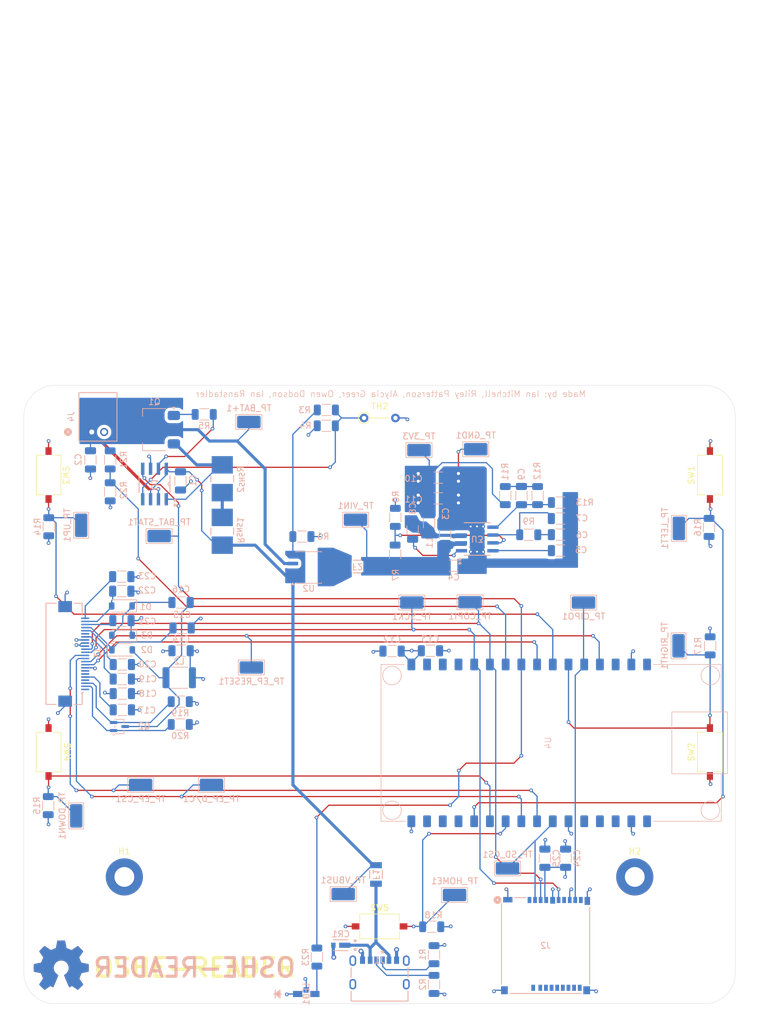
<source format=kicad_pcb>
(kicad_pcb (version 20241229) (generator "pcbnew") (generator_version "9.0")
  (layers (0 "F.Cu" signal) (4 "In1.Cu" signal) (6 "In2.Cu" signal) (2 "B.Cu" signal) (13 "F.Paste" user) (15 "B.Paste" user) (5 "F.SilkS" user "F.Silkscreen") (7 "B.SilkS" user "B.Silkscreen") (1 "F.Mask" user) (3 "B.Mask" user) (25 "Edge.Cuts" user))
  (net 0 "")
  (net 1 "/Battery Charging/VBUS")
  (net 2 "GND")
  (net 3 "Net-(J1-CC2)")
  (net 4 "Net-(J1-CC1)")
  (net 7 "/USB-C-Connector/VBUS")
  (net 10 "Net-(D1-K)")
  (net 11 "/Display Connector/PREVGL")
  (net 13 "/Display Connector/PREVGH")
  (net 21 "Net-(D2-A)")
  (net 22 "/Buck Converter/VIN")
  (net 23 "+3V3")
  (net 24 "/SCK")
  (net 25 "/COPI")
  (net 26 "/SD_CS")
  (net 28 "/CIPO")
  (net 29 "Net-(J3-VSHR)")
  (net 30 "Net-(J3-VSL)")
  (net 31 "/EP_RESET")
  (net 32 "Net-(J3-VDD_1V8)")
  (net 33 "Net-(J3-VCOM)")
  (net 34 "/Display Connector/GDR")
  (net 35 "/Display Connector/RESE")
  (net 37 "/EP_CS")
  (net 39 "/EP_BUSY")
  (net 41 "/EP_D{slash}C")
  (net 43 "Net-(J3-VSH)")
  (net 44 "/Buttons/RightButton")
  (net 45 "Net-(U4-GPIO0)")
  (net 46 "/Buttons/DownButton")
  (net 47 "Net-(R_{SNS}1-Pad2)")
  (net 48 "Net-(Q1-E)")
  (net 49 "/BAT_STAT")
  (net 50 "/BAT+")
  (net 51 "Net-(U1-CC)")
  (net 52 "/Battery Charging/TS")
  (net 53 "/Battery Charging/VOUT")
  (net 54 "Net-(U3-EN)")
  (net 55 "Net-(U3-SS)")
  (net 56 "/Buttons/LeftButton")
  (net 57 "/Buttons/UpButton")
  (net 58 "/Buttons/HomeButton")
  (net 71 "Net-(C6-Pad1)")
  (net 72 "Net-(C9-Pad2)")
  (net 73 "Net-(Q1-B)")
  (net 74 "Net-(LED1-Pad3)")
  (net 75 "Net-(U3-COMP)")
  (net 76 "Net-(U3-PH)")
  (net 77 "Net-(U3-VSENSE)")
  (net 78 "Net-(U3-BOOT)")
  (footprint "MountingHole:MountingHole_3.2mm_M3" (layer "F.Cu") (at 131.25 160)
    (property "Reference" "H2")
    (property "Value" "MountingHole")
  )
  (footprint "Button_Switch_SMD:SW_Tactile_SPST_NO_Straight_CK_PTS636Sx25SMTRLFS" (layer "F.Cu") (at 143.400131 139.8007 90)
    (property "Reference" "SW2")
    (property "Value" "SW_Push")
  )
  (footprint "Symbol:OSHW-Symbol_8.9x8mm_Copper" (layer "F.Cu") (at 38.531491 174.3)
    (property "Reference" "REF**" (hide yes))
    (property "Value" "OSHW-Symbol_8.9x8mm_Copper" (hide yes))
  )
  (footprint "Button_Switch_SMD:SW_Tactile_SPST_NO_Straight_CK_PTS636Sx25SMTRLFS" (layer "F.Cu") (at 90 168)
    (property "Reference" "SW5")
    (property "Value" "SW_Push")
  )
  (footprint "Resistor_THT:R_Axial_DIN0204_L3.6mm_D1.6mm_P5.08mm_Vertical" (layer "F.Cu") (at 87.49 85.7758)
    (property "Reference" "TH2")
    (property "Value" "10K" (hide yes))
  )
  (footprint "Button_Switch_SMD:SW_Tactile_SPST_NO_Straight_CK_PTS636Sx25SMTRLFS" (layer "F.Cu") (at 36.5 95.000001 -90)
    (property "Reference" "SW3")
    (property "Value" "SW_Push" (hide yes))
  )
  (footprint "Button_Switch_SMD:SW_Tactile_SPST_NO_Straight_CK_PTS636Sx25SMTRLFS" (layer "F.Cu") (at 143.4 95.000001 90)
    (property "Reference" "SW1")
    (property "Value" "SW_Push")
  )
  (footprint "Button_Switch_SMD:SW_Tactile_SPST_NO_Straight_CK_PTS636Sx25SMTRLFS" (layer "F.Cu") (at 36.5 139.800702 -90)
    (property "Reference" "SW4")
    (property "Value" "SW_Push")
  )
  (footprint "MountingHole:MountingHole_3.2mm_M3" (layer "F.Cu") (at 48.75 160)
    (property "Reference" "H1")
    (property "Value" "MountingHole")
  )
  (footprint "Resistor_SMD:R_1206_3216Metric" (layer "B.Cu") (at 143.4329 122.62905 90)
    (property "Reference" "R17")
    (property "Value" "100k" (hide yes))
  )
  (footprint "Capacitor_SMD:C_1206_3216Metric" (layer "B.Cu") (at 48.419373 130.347939)
    (property "Reference" "C18")
    (property "Value" "1uF/50V" (hide yes))
  )
  (footprint "Capacitor_SMD:C_1206_3216Metric" (layer "B.Cu") (at 58.08345 119.7329)
    (property "Reference" "C15")
    (property "Value" "10uF/50V" (hide yes))
  )
  (footprint "Resistor_SMD:R_1206_3216Metric" (layer "B.Cu") (at 57.78655 135.3429)
    (property "Reference" "R20")
    (property "Value" "10K" (hide yes))
  )
  (footprint "Resistor_SMD:R_1206_3216Metric" (layer "B.Cu") (at 61.655 85.195)
    (property "Reference" "R5")
    (property "Value" "1k")
  )
  (footprint "Capacitor_SMD:C_1206_3216Metric" (layer "B.Cu") (at 112.931726 98.325 90)
    (property "Reference" "C9")
    (property "Value" "470pF")
  )
  (footprint "Capacitor_SMD:C_1206_3216Metric" (layer "B.Cu") (at 92.025 123.475 180)
    (property "Reference" "C12")
    (property "Value" "0.1uF")
  )
  (footprint "Capacitor_SMD:C_1206_3216Metric" (layer "B.Cu") (at 101.979228 109.675)
    (property "Reference" "C4")
    (property "Value" "0.1uF")
  )
  (footprint "TestPoint:TestPoint_Keystone_5019_Miniature" (layer "B.Cu") (at 122.975 115.625)
    (property "Reference" "TP_CIPO1")
    (property "Value" "TestPoint")
  )
  (footprint "Resistor_SMD:R_1206_3216Metric" (layer "B.Cu") (at 79.8671 172.96345 -90)
    (property "Reference" "R23")
    (property "Value" "2k" (hide yes))
  )
  (footprint "FH12A_24S_0_5SH_55_:CONN24_1X24_DRC_FFC_HIR" (layer "B.Cu") (at 39 123.9242 -90)
    (property "Reference" "J3")
    (property "Value" "Conn_01x24_MountingPin" (hide yes))
  )
  (footprint "Capacitor_SMD:C_1206_3216Metric" (layer "B.Cu") (at 43.275 92.55 -90)
    (property "Reference" "C2")
    (property "Value" "0.1uF")
  )
  (footprint "TestPoint:TestPoint_Keystone_5019_Miniature" (layer "B.Cu") (at 104.625 115.575)
    (property "Reference" "TP_COPI1")
    (property "Value" "TestPoint")
  )
  (footprint "Capacitor_SMD:C_1206_3216Metric" (layer "B.Cu") (at 57.91655 123.4171 180)
    (property "Reference" "C14")
    (property "Value" "4.7uF" (hide yes))
  )
  (footprint "TestPoint:TestPoint_Keystone_5019_Miniature" (layer "B.Cu") (at 41.775 103.125 -90)
    (property "Reference" "TP_UP1")
    (property "Value" "TestPoint")
  )
  (footprint "Capacitor_SMD:C_1206_3216Metric" (layer "B.Cu") (at 95.34364 103.912009 90)
    (property "Reference" "C8")
    (property "Value" "0.1uF")
  )
  (footprint "Capacitor_SMD:C_1206_3216Metric" (layer "B.Cu") (at 48.3331 111.4329)
    (property "Reference" "C23")
    (property "Value" "1uF/50V" (hide yes))
  )
  (footprint "Capacitor_SMD:C_1206_3216Metric" (layer "B.Cu") (at 48.419373 127.997939)
    (property "Reference" "C19")
    (property "Value" "1uF/50V" (hide yes))
  )
  (footprint "TestPoint:TestPoint_Keystone_5019_Miniature" (layer "B.Cu") (at 40.975 150.125 -90)
    (property "Reference" "TP_DOWN1")
    (property "Value" "TestPoint")
  )
  (footprint "TestPoint:TestPoint_Keystone_5019_Miniature" (layer "B.Cu") (at 69.275 126.125)
    (property "Reference" "TP_EP_RESET1")
    (property "Value" "TestPoint")
  )
  (footprint "S2B_PH_K_S_LF__SN_:CONN_S2B-PH-K-S_JST" (layer "B.Cu") (at 43.4864 88.04)
    (property "Reference" "J4")
    (property "Value" "S2B-PH-K-SLFSN" (hide yes))
  )
  (footprint "TestPoint:TestPoint_Keystone_5019_Miniature" (layer "B.Cu") (at 102.125 162.925 180)
    (property "Reference" "TP_HOME1")
    (property "Value" "TestPoint")
  )
  (footprint "TestPoint:TestPoint_Keystone_5019_Miniature" (layer "B.Cu") (at 51.375 145.125)
    (property "Reference" "TP_EP_CS1")
    (property "Value" "TestPoint")
  )
  (footprint "Capacitor_SMD:C_1206_3216Metric" (layer "B.Cu") (at 48.3331 113.7829)
    (property "Reference" "C22")
    (property "Value" "1uF/50V" (hide yes))
  )
  (footprint "Capacitor_SMD:C_1206_3216Metric" (layer "B.Cu") (at 116.725 156.975 90)
    (property "Reference" "C25")
    (property "Value" "10uF")
  )
  (footprint "TestPoint:TestPoint_Keystone_5019_Miniature" (layer "B.Cu") (at 138.325 122.625 -90)
    (property "Reference" "TP_RIGHT1")
    (property "Value" "TestPoint")
  )
  (footprint "Capacitor_SMD:C_1206_3216Metric" (layer "B.Cu") (at 99.504226 95.425 180)
    (property "Reference" "C10")
    (property "Value" "22uF")
  )
  (footprint "Inductor_SMD:L_1206_3216Metric" (layer "B.Cu") (at 98.004228 102.735 90)
    (property "Reference" "L1")
    (property "Value" "2.2uH")
  )
  (footprint "Capacitor_SMD:C_1206_3216Metric" (layer "B.Cu") (at 98.225 123.425)
    (property "Reference" "C13")
    (property "Value" "10uF")
  )
  (footprint "Resistor_SMD:R_1206_3216Metric" (layer "B.Cu") (at 46.455 92.55 -90)
    (property "Reference" "R21")
    (property "Value" "1M")
  )
  (footprint "Capacitor_SMD:C_1206_3216Metric" (layer "B.Cu") (at 99.504226 98.775 180)
    (property "Reference" "C11")
    (property "Value" "22uF")
  )
  (footprint "Diode_SMD:D_SOD-123" (layer "B.Cu") (at 48.37947 120.907548 180)
    (property "Reference" "D3")
    (property "Value" "MBR0530" (hide yes))
  )
  (footprint "TestPoint:TestPoint_Keystone_5019_Miniature" (layer "B.Cu") (at 84.125 162.775 180)
    (property "Reference" "TP_VBUS1")
    (property "Value" "TestPoint")
  )
  (footprint "WSL2512R1000FEA:RES_2512_WSL" (layer "B.Cu") (at 64.575 95.6 90)
    (property "Reference" "R_{SNS}2")
    (property "Value" "0.2")
  )
  (footprint "TestPoint:TestPoint_Keystone_5019_Miniature" (layer "B.Cu") (at 54.375 104.875 180)
    (property "Reference" "TP_BAT_STAT1")
    (property "Value" "TestPoint")
  )
  (footprint "0ZCJ0050FF2G:0ZCJ_BEL" (layer "B.Cu") (at 86.425 109.8)
    (property "Reference" "F2")
    (property "Value" "0ZCJ0050FF2G")
  )
  (footprint "Capacitor_SMD:C_1206_3216Metric" (layer "B.Cu") (at 48.363421 118.548452)
    (property "Reference" "C21")
    (property "Value" "1uF/50V" (hide yes))
  )
  (footprint "TestPoint:TestPoint_Keystone_5019_Miniature" (layer "B.Cu") (at 68.875 86.425 180)
    (property "Reference" "TP_BAT+1")
    (property "Value" "TestPoint")
  )
  (footprint "Resistor_SMD:R_1206_3216Metric" (layer "B.Cu") (at 77.45 104.95)
    (property "Reference" "R6")
    (property "Value" "100K" (hide yes))
  )
  (footprint "Resistor_SMD:R_1206_3216Metric" (layer "B.Cu") (at 115.544226 98.325 -90)
    (property "Reference" "R12")
    (property "Value" "10k")
  )
  (footprint "TestPoint:TestPoint_Keystone_5019_Miniature" (layer "B.Cu") (at 86.125 102.225 180)
    (property "Reference" "TP_VIN1")
    (property "Value" "TestPoint")
  )
  (footprint "Resistor_SMD:R_1206_3216Metric" (layer "B.Cu") (at 81.39 87.035 180)
    (property "Reference" "R4")
    (property "Value" "R_{T1}/6.8K")
  )
  (footprint "Resistor_SMD:R_1206_3216Metric" (layer "B.Cu") (at 92.514226 107.795 90)
    (property "Reference" "R7")
    (property "Value" "66.5k")
  )
  (footprint "TestPoint:TestPoint_Keystone_5019_Miniature" (layer "B.Cu") (at 110.675 158.625 180)
    (property "Reference" "TP_SD_CS1")
    (property "Value" "TestPoint")
  )
  (footprint "TestPoint:TestPoint_Keystone_5019_Miniature" (layer "B.Cu") (at 105.55 90.825 180)
    (property "Reference" "TP_GND1")
    (property "Value" "TestPoint")
  )
  (footprint "TestPoint:TestPoint_Keystone_5019_Miniature" (layer "B.Cu") (at 95.225 115.625)
    (property "Reference" "TP_SCK1")
    (property "Value" "TestPoint")
  )
  (footprint "Resistor_SMD:R_1206_3216Metric" (layer "B.Cu") (at 110.319226 98.325 90)
    (property "Reference" "R11")
    (property "Value" "49.9")
  )
  (footprint "Symbol:OSHW-Symbol_8.9x8mm_Copper" (layer "B.Cu") (at 38.556344 174.3 180)
    (property "Reference" "REF**" (hide yes))
    (property "Value" "OSHW-Symbol_8.9x8mm_Copper" (hide yes))
  )
  (footprint "0ZCJ0050FF2G:0ZCJ_BEL" (layer "B.Cu") (at 89.422949 159.5998 90)
    (property "Reference" "F1")
    (property "Value" "0ZCJ0050FF2G" (hide yes))
  )
  (footprint "CUHZ5V6_H3F:SOD-323HEUS2H_TOS" (layer "B.Cu") (at 83.729351 171.046799 180)
    (property "Reference" "CR1")
    (property "Value" "CUHZ5V6_H3F" (hide yes))
  )
  (footprint "TPS5432DDAR:DDA_R-PDSO-G8_TEX" (layer "B.Cu") (at 105.782945 105.3411)
    (property "Reference" "U3")
    (property "Value" "TPS5432DDAR")
  )
  (footprint "Capacitor_SMD:C_1206_3216Metric" (layer "B.Cu") (at 120.075 156.975 90)
    (property "Reference" "C24")
    (property "Value" "0.1uF")
  )
  (footprint "Capacitor_SMD:C_1206_3216Metric" (layer "B.Cu") (at 48.425 132.975)
    (property "Reference" "C17")
    (property "Value" "1uF/50V" (hide yes))
  )
  (footprint "Resistor_SMD:R_1206_3216Metric" (layer "B.Cu") (at 98.805 172.575 -90)
    (property "Reference" "R1")
    (property "Value" "5.1k" (hide yes))
  )
  (footprint "Resistor_SMD:R_1206_3216Metric" (layer "B.Cu") (at 98.805 177.385 -90)
    (property "Reference" "R2")
    (property "Value" "5.1k" (hide yes))
  )
  (footprint "Capacitor_SMD:C_1206_3216Metric" (layer "B.Cu") (at 48.419373 125.647939)
    (property "Reference" "C20")
    (property "Value" "1uF/50V" (hide yes))
  )
  (footprint "Capacitor_SMD:C_1206_3216Metric" (layer "B.Cu") (at 119.255596 107.216738)
    (property "Reference" "C5")
    (property "Value" "10nF")
  )
  (footprint "Package_TO_SOT_SMD:SOT-223" (layer "B.Cu") (at 53.6 87.6625 180)
    (property "Reference" "Q1")
    (property "Value" "Q_PNP_BCEC")
  )
  (footprint "Package_SO:SO-8_3.9x4.9mm_P1.27mm" (layer "B.Cu") (at 78.55 109.95)
    (property "Reference" "U2")
    (property "Value" "IRF7326D2TRPBF")
  )
  (footprint "Resistor_SMD:R_1206_3216Metric" (layer "B.Cu") (at 36.52905 103.3629 -90)
    (property "Reference" "R14")
    (property "Value" "100k" (hide yes))
  )
  (footprint "Diode_SMD:D_SOD-123" (layer "B.Cu") (at 48.382486 123.274467)
    (property "Reference" "D2")
    (property "Value" "MBR0530" (hide yes))
  )
  (footprint "2171750001:2171750001_MOL" (layer "B.Cu") (at 90 176.5 180)
    (property "Reference" "J1")
    (property "Value" "2171750001")
  )
  (footprint "Resistor_SMD:R_1206_3216Metric" (layer "B.Cu") (at 57.78655 131.6529)
    (property "Reference" "R19")
    (property "Value" "0.47R" (hide yes))
  )
  (footprint "Resistor_SMD:R_1206_3216Metric" (layer "B.Cu") (at 92.548756 101.848669 90)
    (property "Reference" "R8")
    (property "Value" "45.3k")
  )
  (footprint "Resistor_SMD:R_1206_3216Metric" (layer "B.Cu") (at 143.2571 103.47095 -90)
    (property "Reference" "R16")
    (property "Value" "100k" (hide yes))
  )
  (footprint "TestPoint:TestPoint_Keystone_5019_Miniature" (layer "B.Cu") (at 62.825 145.125)
    (property "Reference" "TP_EP_D/C1")
    (property "Value" "TestPoint")
  )
  (footprint "Resistor_SMD:R_1206_3216Metric" (layer "B.Cu") (at 46.455 97.715 -90)
    (property "Reference" "R22")
    (property "Value" "1M")
  )
  (footprint "BQ2057CSNTR:D8" (layer "B.Cu") (at 53.625 96.45 90)
    (property "Reference" "U1")
    (property "Value" "BQ2057CSNTR")
  )
  (footprint "TestPoint:TestPoint_Keystone_5019_Miniature" (layer "B.Cu") (at 96.375 90.975 180)
    (property "Reference" "TP_3V3")
    (property "Value" "TestPoint")
  )
  (footprint "Resistor_SMD:R_1206_3216Metric" (layer "B.Cu") (at 119.246361 99.448514)
    (property "Reference" "R13")
    (property "Value" "3.24k")
  )
  (footprint "WSL2512R1000FEA:RES_2512_WSL" (layer "B.Cu") (at 64.575 104.1 90)
    (property "Reference" "R_{SNS}1")
    (property "Value" "0.2")
  )
  (footprint "Resistor_SMD:R_1206_3216Metric" (layer "B.Cu") (at 36.4471 148.47095 -90)
    (property "Reference" "R15")
    (property "Value" "100k" (hide yes))
  )
  (footprint "Inductor_SMD:L_1812_4532Metric" (layer "B.Cu") (at 57.61655 127.7829 180)
    (property "Reference" "L2")
    (property "Value" "10uH/1A" (hide yes))
  )
  (footprint "Capacitor_SMD:C_1206_3216Metric" (layer "B.Cu") (at 57.91655 115.6171)
    (property "Reference" "C16")
    (property "Value" "4.7uF/50V" (hide yes))
  )
  (footprint "Capacitor_SMD:C_1206_3216Metric" (layer "B.Cu") (at 57.825 95.95 -90)
    (property "Reference" "C1")
    (property "Value" "0.1uF")
  )
  (footprint "ESP32-C6-DEV-KIT-N8:ESP32-C6-DEV-KIT-N8" (layer "B.Cu") (at 117.74 138.32 -90)
    (property "Reference" "U4")
    (property "Value" "~")
  )
  (footprint "Capacitor_SMD:C_1206_3216Metric" (layer "B.Cu") (at 100.604228 104.6 90)
    (property "Reference" "C3")
    (property "Value" "10uF")
  )
  (footprint "Package_TO_SOT_SMD:SOT-323_SC-70" (layer "B.Cu") (at 47.95 135.675)
    (property "Reference" "Q2")
    (property "Value" "Si1308EDL" (hide yes))
  )
  (footprint "Capacitor_SMD:C_1206_3216Metric" (layer "B.Cu") (at 119.248327 102.039599)
    (property "Reference" "C7")
    (property "Value" "82pF")
  )
  (footprint "Capacitor_SMD:C_1206_3216Metric" (layer "B.Cu") (at 119.248327 104.639599)
    (property "Reference" "C6")
    (property "Value" "8.2nF")
  )
  (footprint "112L_TDA0:CONN_112L-TDA0_ATT" (layer "B.Cu") (at 116.8338 171.100001 180)
    (property "Reference" "J2")
    (property "Value" "112L-TDA0" (hide yes))
  )
  (footprint "Diode_SMD:D_SOD-123" (layer "B.Cu") (at 48.35345 116.175 180)
    (property "Reference" "D1")
    (property "Value" "MBR0530" (hide yes))
  )
  (footprint "TestPoint:TestPoint_Keystone_5019_Miniature" (layer "B.Cu") (at 138.375 103.625 -90)
    (property "Reference" "TP_LEFT1")
    (property "Value" "TestPoint")
  )
  (footprint "Resistor_SMD:R_1206_3216Metric" (layer "B.Cu") (at 98.4329 168.05845)
    (property "Reference" "R18")
    (property "Value" "100k" (hide yes))
  )
  (footprint "ul_HSMY-C110:LED3_HSMx-C110_AVA" (layer "B.Cu") (at 78.1533 178.9351 -90)
    (property "Reference" "LED1")
    (property "Value" "HSMY-C110")
  )
  (footprint "Resistor_SMD:R_1206_3216Metric" (layer "B.Cu") (at 114.118327 104.659599)
    (property "Reference" "R9")
    (property "Value" "4.22k")
  )
  (footprint "Resistor_SMD:R_1206_3216Metric" (layer "B.Cu") (at 81.4 84.475)
    (property "Reference" "R3")
    (property "Value" "R_{T2}/6.8K")
  )
  (gr_line (start 142.5 180.5) (end 37.5 180.5) (stroke (width 0.05)) (layer "Edge.Cuts"))
  (gr_line (start 37.5 80.5) (end 142.5 80.5) (stroke (width 0.05)) (layer "Edge.Cuts"))
  (gr_line (start 32.5 175.5) (end 32.5 85.5) (stroke (width 0.05)) (layer "Edge.Cuts"))
  (gr_arc (start 147.5 175.5) (mid 146.035534 179.035534) (end 142.5 180.5) (stroke (width 0.05)) (layer "Edge.Cuts"))
  (gr_arc (start 32.5 85.5) (mid 33.964466 81.964466) (end 37.5 80.5) (stroke (width 0.05)) (layer "Edge.Cuts"))
  (gr_arc (start 142.5 80.5) (mid 146.035534 81.964466) (end 147.5 85.5) (stroke (width 0.05)) (layer "Edge.Cuts"))
  (gr_line (start 147.5 85.5) (end 147.5 175.5) (stroke (width 0.05)) (layer "Edge.Cuts"))
  (gr_arc (start 37.5 180.5) (mid 33.964466 179.035534) (end 32.5 175.5) (stroke (width 0.05)) (layer "Edge.Cuts"))
  (gr_text "OSHE-READER" (at 43.525 176.45 0) (layer "F.SilkS") (effects (font (size 3 3) (thickness 0.5) (bold yes)) (justify left bottom)))
  (gr_text "Made by: Ian Mitchell, Riley Patterson, Alycia Greer, Owen Dodson, Ian Ranstadler" (at 123.4 82.475 0) (layer "B.SilkS") (effects (font (size 1 1) (thickness 0.1)) (justify left bottom mirror)))
  (gr_text "OSHE-READER" (at 76.706344 176.45 0) (layer "B.SilkS") (effects (font (size 3 3) (thickness 0.5) (bold yes)) (justify left bottom mirror)))
  (segment (start 61.25 97.5) (end 61.25 96.5) (width 0.2) (layer "F.Cu") (net 1))
  (segment (start 61.25 96.5) (end 60.5 95.75) (width 0.2) (layer "F.Cu") (net 1))
  (via (at 61.25 97.5) (size 0.6) (drill 0.3) (layers "F.Cu" "B.Cu") (net 1))
  (via (at 60.5 95.75) (size 0.6) (drill 0.3) (layers "F.Cu" "B.Cu") (net 1))
  (segment (start 57.825 94.475) (end 59.225 94.475) (width 0.2) (layer "B.Cu") (net 1))
  (segment (start 75.405 111.855) (end 69.8979 106.3479) (width 0.5) (layer "B.Cu") (net 1))
  (segment (start 75.9875 88.425) (end 75.9875 104.95) (width 0.2) (layer "B.Cu") (net 1))
  (segment (start 84.125 162.775) (end 88.7988 158.1012) (width 0.2) (layer "B.Cu") (net 1))
  (segment (start 75.9875 108.0325) (end 75.975 108.045) (width 0.2) (layer "B.Cu") (net 1))
  (segment (start 88.7988 158.1012) (end 89.422949 158.1012) (width 0.2) (layer "B.Cu") (net 1))
  (segment (start 56.0188 94.475) (end 55.53 93.9862) (width 0.2) (layer "B.Cu") (net 1))
  (segment (start 69.8979 106.3479) (end 64.575 106.3479) (width 0.5) (layer "B.Cu") (net 1))
  (segment (start 89.422949 158.1012) (end 88.9762 158.1012) (width 0.5) (layer "B.Cu") (net 1))
  (segment (start 59.225 94.475) (end 60.5 95.75) (width 0.2) (layer "B.Cu") (net 1))
  (segment (start 61.25 104) (end 63.5979 106.3479) (width 0.2) (layer "B.Cu") (net 1))
  (segment (start 61.25 97.5) (end 61.25 104) (width 0.2) (layer "B.Cu") (net 1))
  (segment (start 76 145.125) (end 76 112.75) (width 0.5) (layer "B.Cu") (net 1))
  (segment (start 75.9875 104.95) (end 75.9875 108.0325) (width 0.2) (layer "B.Cu") (net 1))
  (segment (start 52.99 98.9138) (end 52.99 97.51) (width 0.2) (layer "B.Cu") (net 1))
  (segment (start 79.9375 84.475) (end 75.9875 88.425) (width 0.2) (layer "B.Cu") (net 1))
  (segment (start 52.99 97.51) (end 55.53 94.97) (width 0.2) (layer "B.Cu") (net 1))
  (segment (start 55.53 94.97) (end 55.53 93.9862) (width 0.2) (layer "B.Cu") (net 1))
  (segment (start 76 111.88) (end 75.975 111.855) (width 0.5) (layer "B.Cu") (net 1))
  (segment (start 75.975 111.855) (end 75.405 111.855) (width 0.5) (layer "B.Cu") (net 1))
  (segment (start 76 112.75) (end 76 111.88) (width 0.5) (layer "B.Cu") (net 1))
  (segment (start 63.5979 106.3479) (end 64.575 106.3479) (width 0.2) (layer "B.Cu") (net 1))
  (segment (start 76 112.75) (end 76 112.45) (width 0.5) (layer "B.Cu") (net 1))
  (segment (start 88.9762 158.1012) (end 76 145.125) (width 0.5) (layer "B.Cu") (net 1))
  (segment (start 57.825 94.475) (end 56.0188 94.475) (width 0.2) (layer "B.Cu") (net 1))
  (segment (start 102.75 91.25) (end 102.75 94.75) (width 0.2) (layer "F.Cu") (net 2))
  (via (at 75 179) (size 0.6) (drill 0.3) (layers "F.Cu" "B.Cu") (net 2))
  (via (at 43.25 95.5) (size 0.6) (drill 0.3) (layers "F.Cu" "B.Cu") (net 2))
  (via (at 55 123.5) (size 0.6) (drill 0.3) (layers "F.Cu" "B.Cu") (net 2))
  (via (at 36.5 106) (size 0.6) (drill 0.3) (layers "F.Cu" "B.Cu") (net 2))
  (via (at 39.5 114) (size 0.6) (drill 0.3) (layers "F.Cu" "B.Cu") (net 2))
  (via (at 118 162) (size 0.6) (drill 0.3) (layers "F.Cu" "B.Cu") (net 2))
  (via (at 44 126.274202) (size 0.6) (drill 0.3) (layers "F.Cu" "B.Cu") (net 2))
  (via (at 82.6 173) (size 0.8) (drill 0.4) (layers "F.Cu" "B.Cu") (net 2))
  (via (at 102.75 99.5) (size 1) (drill 0.5) (layers "F.Cu" "B.Cu") (net 2))
  (via (at 102.75 94.75) (size 1) (drill 0.5) (layers "F.Cu" "B.Cu") (net 2))
  (via (at 61.09135 118.2) (size 0.6) (drill 0.3) (layers "F.Cu" "B.Cu") (net 2))
  (via (at 105.75 107.4) (size 0.6) (drill 0.3) (layers "F.Cu" "B.Cu") (net 2))
  (via (at 101.2 123.4) (size 0.6) (drill 0.3) (layers "F.Cu" "B.Cu") (net 2))
  (via (at 51 114) (size 0.6) (drill 0.3) (layers "F.Cu" "B.Cu") (net 2))
  (via (at 36.5 151.5) (size 0.6) (drill 0.3) (layers "F.Cu" "B.Cu") (net 2))
  (via (at 46.5 100.25) (size 0.6) (drill 0.3) (layers "F.Cu" "B.Cu") (net 2))
  (via (at 110.5 162) (size 0.6) (drill 0.3) (layers "F.Cu" "B.Cu") (net 2))
  (via (at 51.5 118.108375) (size 0.6) (drill 0.3) (layers "F.Cu" "B.Cu") (net 2))
  (via (at 102.75 96) (size 1) (drill 0.5) (layers "F.Cu" "B.Cu") (net 2))
  (via (at 104.75 107.4) (size 0.6) (drill 0.3) (layers "F.Cu" "B.Cu") (net 2))
  (via (at 131 153) (size 0.6) (drill 0.3) (layers "F.Cu" "B.Cu") (net 2))
  (via (at 124 162) (size 0.6) (drill 0.3) (layers "F.Cu" "B.Cu") (net 2))
  (via (at 60.5 132) (size 0.6) (drill 0.3) (layers "F.Cu" "B.Cu") (net 2))
  (via (at 116.8 154) (size 0.6) (drill 0.3) (layers "F.Cu" "B.Cu") (net 2))
  (via (at 51.2 133) (size 0.6) (drill 0.3) (layers "F.Cu" "B.Cu") (net 2))
  (via (at 92.5 99) (size 0.6) (drill 0.3) (layers "F.Cu" "B.Cu") (net 2))
  (via (at 102.75 98.25) (size 1) (drill 0.5) (layers "F.Cu" "B.Cu") (net 2))
  (via (at 51.086273 125.665039) (size 0.6) (drill 0.3) (layers "F.Cu" "B.Cu") (net 2))
  (via (at 121 153) (size 0.6) (drill 0.3) (layers "F.Cu" "B.Cu") (net 2))
  (via (at 105.75 103.3) (size 0.6) (drill 0.3) (layers "F.Cu" "B.Cu") (net 2))
  (via (at 95.14 152.64) (size 0.6) (drill 0.3) (layers "F.Cu" "B.Cu") (net 2))
  (via (at 106.75 107.425) (size 0.6) (drill 0.3) (layers "F.Cu" "B.Cu") (net 2))
  (via (at 106.75 103.325) (size 0.6) (drill 0.3) (layers "F.Cu" "B.Cu") (net 2))
  (via (at 100.5 179) (size 0.6) (drill 0.3) (layers "F.Cu" "B.Cu") (net 2))
  (via (at 51.086273 128.165039) (size 0.6) (drill 0.3) (layers "F.Cu" "B.Cu") (net 2))
  (via (at 80.5 104.75) (size 0.6) (drill 0.3) (layers "F.Cu" "B.Cu") (net 2))
  (via (at 104.725 103.325) (size 0.6) (drill 0.3) (layers "F.Cu" "B.Cu") (net 2))
  (via (at 108.5 178.5) (size 0.6) (drill 0.3) (layers "F.Cu" "B.Cu") (net 2))
  (via (at 51 111.5) (size 0.6) (drill 0.3) (layers "F.Cu" "B.Cu") (net 2))
  (via (at 125 178.5) (size 0.6) (drill 0.3) (layers "F.Cu" "B.Cu") (net 2))
  (via (at 78.5 88.5) (size 0.6) (drill 0.3) (layers "F.Cu" "B.Cu") (net 2))
  (via (at 60.5 135) (size 0.6) (drill 0.3) (layers "F.Cu" "B.Cu") (net 2))
  (via (at 121 162) (size 0.6) (drill 0.3) (layers "F.Cu" "B.Cu") (net 2))
  (via (at 120 154.2) (size 0.6) (drill 0.3) (layers "F.Cu" "B.Cu") (net 2))
  (via (at 78 176.5) (size 0.6) (drill 0.3) (layers "F.Cu" "B.Cu") (net 2))
  (via (at 52.75 92) (size 0.6) (drill 0.3) (layers "F.Cu" "B.Cu") (net 2))
  (via (at 41 121.674201) (size 0.6) (drill 0.3) (layers "F.Cu" "B.Cu") (net 2))
  (via (at 102.75 91.25) (size 0.6) (drill 0.3) (layers "F.Cu" "B.Cu") (net 2))
  (via (at 89 123.6) (size 0.6) (drill 0.3) (layers "F.Cu" "B.Cu") (net 2))
  (via (at 59.5 96) (size 0.6) (drill 0.3) (layers "F.Cu" "B.Cu") (net 2))
  (via (at 94.5 86) (size 0.6) (drill 0.3) (layers "F.Cu" "B.Cu") (net 2))
  (via (at 87 172) (size 0.8) (drill 0.4) (layers "F.Cu" "B.Cu") (net 2))
  (via (at 51.086273 130.165039) (size 0.6) (drill 0.3) (layers "F.Cu" "B.Cu") (net 2))
  (via (at 100.5 171) (size 0.6) (drill 0.3) (layers "F.Cu" "B.Cu") (net 2))
  (via (at 143.4 119.8) (size 0.6) (drill 0.3) (layers "F.Cu" "B.Cu") (net 2))
  (via (at 131 123.5) (size 0.6) (drill 0.3) (layers "F.Cu" "B.Cu") (net 2))
  (via (at 101.5 168) (size 0.6) (drill 0.3) (layers "F.Cu" "B.Cu") (net 2))
  (via (at 92.749936 171.749936) (size 0.8) (drill 0.4) (layers "F.Cu" "B.Cu") (net 2))
  (via (at 38 133.5) (size 0.6) (drill 0.3) (layers "F.Cu" "B.Cu") (net 2))
  (via (at 143.5 106.5) (size 0.6) (drill 0.3) (layers "F.Cu" "B.Cu") (net 2))
  (segment (start 39.1778 132.3222) (end 38 133.5) (width 0.2) (layer "B.Cu") (net 2))
  (segment (start 59.24905 131.6529) (end 60.1529 131.6529) (width 0.2) (layer "B.Cu") (net 2))
  (segment (start 43.275 94.025) (end 43.275 95.475) (width 0.2) (layer "B.Cu") (net 2))
  (segment (start 123.4838 178.330001) (end 124.830001 178.330001) (width 0.2) (layer "B.Cu") (net 2))
  (segment (start 116.725 155.5) (end 116.725 154.075) (width 0.2) (layer "B.Cu") (net 2))
  (segment (start 120.7338 162.2662) (end 121 162) (width 0.2) (layer "B.Cu") (net 2))
  (segment (start 39.1778 116.2788) (end 39.1778 114.3222) (width 0.2) (layer "B.Cu") (net 2))
  (segment (start 92.4904 86.2625) (end 92.49 86.2629) (width 0.2) (layer "B.Cu") (net 2))
  (segment (start 143.4329 119.8329) (end 143.4 119.8) (width 0.2) (layer "B.Cu") (net 2))
  (segment (start 78.1533 176.6533) (end 78 176.5) (width 0.2) (layer "B.Cu") (net 2))
  (segment (start 49.9 132.975) (end 51.175 132.975) (width 0.2) (layer "B.Cu") (net 2))
  (segment (start 120.075 154.275) (end 120 154.2) (width 0.2) (layer "B.Cu") (net 2))
  (segment (start 58.15 97.425) (end 59.5 96.075) (width 0.2) (layer "B.Cu") (net 2))
  (segment (start 42.429 126.174201) (end 43.899999 126.174201) (width 0.2) (layer "B.Cu") (net 2))
  (segment (start 143.2571 106.2571) (end 143.5 106.5) (width 0.2) (layer "B.Cu") (net 2))
  (segment (start 60.1529 131.6529) (end 60.5 132) (width 0.2) (layer "B.Cu") (net 2))
  (segment (start 89.125 123.475) (end 89 123.6) (width 0.2) (layer "B.Cu") (net 2))
  (segment (start 49.838421 118.548452) (end 49.838421 120.716499) (width 0.2) (layer "B.Cu") (net 2))
  (segment (start 130.7 151) (end 130.7 152.7) (width 0.2) (layer "B.Cu") (net 2))
  (segment (start 39.1778 114.3222) (end 39.5 114) (width 0.2) (layer "B.Cu") (net 2))
  (segment (start 78.5 88.4625) (end 78.5 88.5) (width 0.2) (layer "B.Cu") (net 2))
  (segment (start 102.75 91.25) (end 103.175 90.825) (width 0.2) (layer "B.Cu") (net 2))
  (segment (start 87.25 173.465599) (end 87.25 172.25) (width 0.5) (layer "B.Cu") (net 2))
  (segment (start 59.55845 119.41655) (end 59.55845 119.7329) (width 0.2) (layer "B.Cu") (net 2))
  (segment (start 130.7 123.8) (end 131 123.5) (width 0.2) (layer "B.Cu") (net 2))
  (segment (start 120.075 155.5) (end 120.075 154.275) (width 0.2) (layer "B.Cu") (net 2))
  (segment (start 46.455 100.205) (end 46.5 100.25) (width 0.2) (layer "B.Cu") (net 2))
  (segment (start 120.54 151) (end 120.54 152.54) (width 0.2) (layer "B.Cu") (net 2))
  (segment (start 41.674202 121.674202) (end 42.429 121.674202) (width 0.2) (layer "B.Cu") (net 2))
  (segment (start 36.4471 151.4471) (end 36.5 151.5) (width 0.2) (layer "B.Cu") (net 2))
  (segment (start 61.09135 118.2) (end 60.775 118.2) (width 0.2) (layer "B.Cu") (net 2))
  (segment (start 75.0649 178.9351) (end 75 179) (width 0.2) (layer "B.Cu") (net 2))
  (segment (start 51.5 118.108375) (end 51.391625 118.108375) (width 0.2) (layer "B.Cu") (net 2))
  (segment (start 103.175 90.825) (end 105.55 90.825) (width 0.2) (layer "B.Cu") (net 2))
  (segment (start 94.2758 85.7758) (end 94.5 86) (width 0.2) (layer "B.Cu") (net 2))
  (segment (start 92.548756 100.386169) (end 92.548756 99.048756) (width 0.2) (layer "B.Cu") (net 2))
  (segment (start 36.52905 105.97095) (end 36.5 106) (width 0.2) (layer "B.Cu") (net 2))
  (segment (start 49.894373 127.997939) (end 50.919173 127.997939) (width 0.2) (layer "B.Cu") (net 2))
  (segment (start 51.069173 125.647939) (end 51.086273 125.665039) (width 0.2) (layer "B.Cu") (net 2))
  (segment (start 60.1571 135.3429) (end 60.5 135) (width 0.2) (layer "B.Cu") (net 2))
  (segment (start 110.1838 178.330001) (end 108.669999 178.330001) (width 0.2) (layer "B.Cu") (net 2))
  (segment (start 130.7 152.7) (end 131 153) (width 0.2) (layer "B.Cu") (net 2))
  (segment (start 116.725 154.075) (end 116.8 154) (width 0.2) (layer "B.Cu") (net 2))
  (segment (start 98.805 171.1125) (end 100.3875 171.1125) (width 0.2) (layer "B.Cu") (net 2))
  (segment (start 90.55 123.475) (end 89.125 123.475) (width 0.2) (layer "B.Cu") (net 2))
  (segment (start 49.8752 111.5) (end 49.8081 111.4329) (width 0.2) (layer "B.Cu") (net 2))
  (segment (start 52.99 92.24) (end 52.75 92) (width 0.2) (layer "B.Cu") (net 2))
  (segment (start 82.535551 171.046799) (end 82.535551 172.935551) (width 0.5) (layer "B.Cu") (net 2))
  (segment (start 51.391625 118.108375) (end 50.951548 118.548452) (width 0.2) (layer "B.Cu") (net 2))
  (segment (start 50.903373 130.347939) (end 51.086273 130.165039) (width 0.2) (layer "B.Cu") (net 2))
  (segment (start 92.57 85.7758) (end 94.2758 85.7758) (width 0.2) (layer "B.Cu") (net 2))
  (segment (start 39.1778 131.5696) (end 39.1778 132.3222) (width 0.2) (layer "B.Cu") (net 2))
  (segment (start 41.674201 121.674201) (end 41.674202 121.674202) (width 0.2) (layer "B.Cu") (net 2))
  (segment (start 143.2571 104.93345) (end 143.2571 106.2571) (width 0.2) (layer "B.Cu") (net 2))
  (segment (start 59.5 96.075) (end 59.5 96) (width 0.2) (layer "B.Cu") (net 2))
  (segment (start 100.3875 171.1125) (end 100.5 171) (width 0.2) (layer "B.Cu") (net 2))
  (segment (start 117.9838 163.78) (end 117.9838 162.0162) (width 0.2) (layer "B.Cu") (net 2))
  (segment (start 76.7563 178.9351) (end 75.0649 178.9351) (width 0.2) (layer "B.Cu") (net 2))
  (segment (start 99.7 123.425) (end 101.175 123.425) (width 0.2) (layer "B.Cu") (net 2))
  (segment (start 46.455 99.1775) (end 46.455 100.205) (width 0.2) (layer "B.Cu") (net 2))
  (segment (start 79.9275 87.035) (end 78.5 88.4625) (width 0.2) (layer "B.Cu") (net 2))
  (segment (start 50.951548 118.548452) (end 49.838421 118.548452) (width 0.2) (layer "B.Cu") (net 2))
  (segment (start 57.825 97.425) (end 58.15 97.425) (width 0.2) (layer "B.Cu") (net 2))
  (segment (start 95.14 152.64) (end 95.14 151) (width 0.2) (layer "B.Cu") (net 2))
  (segment (start 78.9125 104.95) (end 80.3 104.95) (width 0.2) (layer "B.Cu") (net 2))
  (segment (start 55.0829 123.4171) (end 55 123.5) (width 0.2) (layer "B.Cu") (net 2))
  (segment (start 82.535551 172.935551) (end 82.6 173) (width 0.2) (layer "B.Cu") (net 2))
  (segment (start 49.838421 120.716499) (end 50.02947 120.907548) (width 0.2) (layer "B.Cu") (net 2))
  (segment (start 51 111.5) (end 49.8752 111.5) (width 0.2) (layer "B.Cu") (net 2))
  (segment (start 120.54 152.54) (end 121 153) (width 0.2) (layer "B.Cu") (net 2))
  (segment (start 56.44155 123.4171) (end 55.0829 123.4171) (width 0.2) (layer "B.Cu") (net 2))
  (segment (start 78.1533 178.2747) (end 78.1533 176.6533) (width 0.2) (layer "B.Cu") (net 2))
  (segment (start 98.805 178.8475) (end 100.3475 178.8475) (width 0.2) (layer "B.Cu") (net 2))
  (segment (start 59.24905 135.3429) (end 60.1571 135.3429) (width 0.2) (layer "B.Cu") (net 2))
  (segment (start 80.3 104.95) (end 80.5 104.75) (width 0.2) (layer "B.Cu") (net 2))
  (segment (start 50.919173 127.997939) (end 51.086273 128.165039) (width 0.2) (layer "B.Cu") (net 2))
  (segment (start 36.52905 104.8254) (end 36.52905 105.97095) (width 0.2) (layer "B.Cu") (net 2))
  (segment (start 130.7 125.64) (end 130.7 123.8) (width 0.2) (layer "B.Cu") (net 2))
  (segment (start 110.7338 162.2338) (end 110.5 162) (width 0.2) (layer "B.Cu") (net 2))
  (segment (start 49.894373 125.647939) (end 51.069173 125.647939) (width 0.2) (layer "B.Cu") (net 2))
  (segment (start 123.5838 162.4162) (end 124 162) (width 0.2) (layer "B.Cu") (net 2))
  (segment (start 87.25 172.25) (end 87 172) (width 0.5) (layer "B.Cu") (net 2))
  (segment (start 92.749936 171.749936) (end 92.749936 173.465716) (width 0.5) (layer "B.Cu") (net 2))
  (segment (start 101.44155 168.05845) (end 101.5 168) (width 0.2) (layer "B.Cu") (net 2))
  (segment (start 108.669999 178.330001) (end 108.5 178.5) (width 0.2) (layer "B.Cu") (net 2))
  (segment (start 43.899999 126.174201) (end 44 126.274202) (width 0.2) (layer "B.Cu") (net 2))
  (segment (start 120.7338 163.73) (end 120.7338 162.2662) (width 0.2) (layer "B.Cu") (net 2))
  (segment (start 92.548756 99.048756) (end 92.5 99) (width 0.2) (layer "B.Cu") (net 2))
  (segment (start 49.894373 130.347939) (end 50.903373 130.347939) (width 0.2) (layer "B.Cu") (net 2))
  (segment (start 100.3475 178.8475) (end 100.5 179) (width 0.2) (layer "B.Cu") (net 2))
  (segment (start 110.7338 163.68) (end 110.7338 162.2338) (width 0.2) (layer "B.Cu") (net 2))
  (segment (start 51.175 132.975) (end 51.2 133) (width 0.2) (layer "B.Cu") (net 2))
  (segment (start 99.8954 168.05845) (end 101.44155 168.05845) (width 0.2) (layer "B.Cu") (net 2))
  (segment (start 41 121.674201) (end 41.674201 121.674201) (width 0.2) (layer "B.Cu") (net 2))
  (segment (start 60.775 118.2) (end 59.55845 119.41655) (width 0.2) (layer "B.Cu") (net 2))
  (segment (start 101.175 123.425) (end 101.2 123.4) (width 0.2) (layer "B.Cu") (net 2))
  (segment (start 50.7829 113.7829) (end 51 114) (width 0.2) (layer "B.Cu") (net 2))
  (segment (start 52.99 93.9862) (end 52.99 92.24) (width 0.2) (layer "B.Cu") (net 2))
  (segment (start 36.4471 149.93345) (end 36.4471 151.4471) (width 0.2) (layer "B.Cu") (net 2))
  (segment (start 117.9838 162.0162) (end 118 162) (width 0.2) (layer "B.Cu") (net 2))
  (segment (start 123.5838 163.88) (end 123.5838 162.4162) (width 0.2) (layer "B.Cu") (net 2))
  (segment (start 124.830001 178.330001) (end 125 178.5) (width 0.2) (layer "B.Cu") (net 2))
  (segment (start 49.8081 113.7829) (end 50.7829 113.7829) (width 0.2) (layer "B.Cu") (net 2))
  (segment (start 143.4329 121.16655) (end 143.4329 119.8329) (width 0.2) (layer "B.Cu") (net 2))
  (segment (start 43.275 95.475) (end 43.25 95.5) (width 0.2) (layer "B.Cu") (net 2))
  (segment (start 89.500001 174.262499) (end 89.500001 173.465599) (width 0.2) (layer "B.Cu") (net 3))
  (segment (start 91.160002 175.9225) (end 89.500001 174.262499) (width 0.2) (layer "B.Cu") (net 3))
  (segment (start 98.805 175.9225) (end 91.160002 175.9225) (width 0.2) (layer "B.Cu") (net 3))
  (segment (start 97.525 175) (end 91.025 175) (width 0.2) (layer "B.Cu") (net 4))
  (segment (start 98.805 174.0375) (end 98.4875 174.0375) (width 0.2) (layer "B.Cu") (net 4))
  (segment (start 91.025 175) (end 90.499999 174.474999) (width 0.2) (layer "B.Cu") (net 4))
  (segment (start 98.4875 174.0375) (end 97.525 175) (width 0.2) (layer "B.Cu") (net 4))
  (segment (start 90.499999 174.474999) (end 90.499999 173.465599) (width 0.2) (layer "B.Cu") (net 4))
  (segment (start 88.030649 171.046799) (end 84.377051 171.046799) (width 0.5) (layer "B.Cu") (net 7))
  (segment (start 89.422949 170.553201) (end 89.422949 161.0984) (width 0.5) (layer "B.Cu") (net 7))
  (segment (start 89.422949 170.553201) (end 91.519936 172.650188) (width 0.5) (layer "B.Cu") (net 7))
  (segment (start 88.48 171.49615) (end 88.030649 171.046799) (width 0.5) (layer "B.Cu") (net 7))
  (segment (start 88.48 171.49615) (end 88.48 173.465599) (width 0.5) (layer "B.Cu") (net 7))
  (segment (start 91.519936 172.650188) (end 91.519936 173.465716) (width 0.5) (layer "B.Cu") (net 7))
  (segment (start 89.422949 170.553201) (end 88.48 171.49615) (width 0.5) (layer "B.Cu") (net 7))
  (segment (start 46.72947 120.77053) (end 48.5 119) (width 0.2) (layer "B.Cu") (net 10))
  (segment (start 48.5 119) (end 48.5 117.825) (width 0.2) (layer "B.Cu") (net 10))
  (segment (start 46.72947 120.907548) (end 46.72947 120.77053) (width 0.2) (layer "B.Cu") (net 10))
  (segment (start 48.5 117.825) (end 50.00345 116.32155) (width 0.2) (layer "B.Cu") (net 10))
  (segment (start 56.44155 115.6171) (end 56.42445 115.6) (width 0.2) (layer "B.Cu") (net 10))
  (segment (start 50.00345 116.04655) (end 50.00345 116.175) (width 0.2) (layer "B.Cu") (net 10))
  (segment (start 50.00345 116.32155) (end 50.00345 116.175) (width 0.2) (layer "B.Cu") (net 10))
  (segment (start 56.42445 115.6) (end 50.45 115.6) (width 0.2) (layer "B.Cu") (net 10))
  (segment (start 50.45 115.6) (end 50.00345 116.04655) (width 0.2) (layer "B.Cu") (net 10))
  (segment (start 46.70345 115.29655) (end 46.70345 116.175) (width 0.2) (layer "B.Cu") (net 11))
  (segment (start 46.8581 115.1419) (end 46.70345 115.29655) (width 0.2) (layer "B.Cu") (net 11))
  (segment (start 46.70345 116.175) (end 46.70345 116.323275) (width 0.2) (layer "B.Cu") (net 11))
  (segment (start 46.8581 113.7829) (end 46.8581 115.1419) (width 0.2) (layer "B.Cu") (net 11))
  (segment (start 44.352525 118.6742) (end 42.429 118.6742) (width 0.2) (layer "B.Cu") (net 11))
  (segment (start 46.70345 116.323275) (end 44.352525 118.6742) (width 0.2) (layer "B.Cu") (net 11))
  (segment (start 56.60845 119.7329) (end 56.60845 120.01655) (width 0.2) (layer "B.Cu") (net 13))
  (segment (start 46.732486 123.057486) (end 43.349201 119.674201) (width 0.2) (layer "B.Cu") (net 13))
  (segment (start 46.732486 123.274467) (end 46.732486 123.057486) (width 0.2) (layer "B.Cu") (net 13))
  (segment (start 47.875 122) (end 46.732486 123.142514) (width 0.2) (layer "B.Cu") (net 13))
  (segment (start 43.349201 119.674201) (end 42.429 119.674201) (width 0.2) (layer "B.Cu") (net 13))
  (segment (start 46.732486 123.142514) (end 46.732486 123.274467) (width 0.2) (layer "B.Cu") (net 13))
  (segment (start 54.625 122) (end 47.875 122) (width 0.2) (layer "B.Cu") (net 13))
  (segment (start 56.60845 120.01655) (end 54.625 122) (width 0.2) (layer "B.Cu") (net 13))
  (segment (start 54.02561 135.675) (end 57.6 132.10061) (width 0.2) (layer "B.Cu") (net 21))
  (segment (start 57.6 131.075) (end 55.47905 128.95405) (width 0.2) (layer "B.Cu") (net 21))
  (segment (start 55.47905 127.7829) (end 54.394437 127.7829) (width 0.2) (layer "B.Cu") (net 21))
  (segment (start 58 124.125) (end 55.47905 126.64595) (width 0.2) (layer "B.Cu") (net 21))
  (segment (start 59.39155 115.6171) (end 59.39155 115.93345) (width 0.2) (layer "B.Cu") (net 21))
  (segment (start 58 117.325) (end 58 124.125) (width 0.2) (layer "B.Cu") (net 21))
  (segment (start 48.8875 135.675) (end 54.02561 135.675) (width 0.2) (layer "B.Cu") (net 21))
  (segment (start 54.394437 127.7829) (end 50.032486 123.420949) (width 0.2) (layer "B.Cu") (net 21))
  (segment (start 50.032486 123.420949) (end 50.032486 123.274467) (width 0.2) (layer "B.Cu") (net 21))
  (segment (start 59.39155 115.93345) (end 58 117.325) (width 0.2) (layer "B.Cu") (net 21))
  (segment (start 55.47905 128.95405) (end 55.47905 127.7829) (width 0.2) (layer "B.Cu") (net 21))
  (segment (start 57.6 132.10061) (end 57.6 131.075) (width 0.2) (layer "B.Cu") (net 21))
  (segment (start 55.47905 126.64595) (end 55.47905 127.7829) (width 0.2) (layer "B.Cu") (net 21))
  (segment (start 86.125 102.225) (end 87.9236 104.0236) (width 0.2) (layer "B.Cu") (net 22))
  (segment (start 87.9236 104.0236) (end 87.9236 109.8) (width 0.2) (layer "B.Cu") (net 22))
  (segment (start 86.125 168) (end 84.5 168) (width 0.2) (layer "F.Cu") (net 23))
  (segment (start 143.4 91.125001) (end 143.4 89.6) (width 0.2) (layer "F.Cu") (net 23))
  (segment (start 36.5 135.925702) (end 36.5 134.5) (width 0.2) (layer "F.Cu") (net 23))
  (segment (start 143.400131 144.900131) (end 143.5 145) (width 0.2) (layer "F.Cu") (net 23))
  (segment (start 143.4 89.6) (end 143.5 89.5) (width 0.2) (layer "F.Cu") (net 23))
  (segment (start 36.5 91.125001) (end 36.5 89.5) (width 0.2) (layer "F.Cu") (net 23))
  (segment (start 143.400131 143.6757) (end 143.400131 144.900131) (width 0.2) (layer "F.Cu") (net 23))
  (via (at 84.5 168) (size 0.6) (drill 0.3) (layers "F.Cu" "B.Cu") (net 23))
  (via (at 36.5 89.5) (size 0.6) (drill 0.3) (layers "F.Cu" "B.Cu") (net 23))
  (via (at 96.25 96) (size 1) (drill 0.5) (layers "F.Cu" "B.Cu") (net 23))
  (via (at 36.5 134.5) (size 0.6) (drill 0.3) (layers "F.Cu" "B.Cu") (net 23))
  (via (at 41 122.5) (size 0.6) (drill 0.3) (layers "F.Cu" "B.Cu") (net 23))
  (via (at 143.5 89.5) (size 0.6) (drill 0.3) (layers "F.Cu" "B.Cu") (net 23))
  (via (at 96.25 94.75) (size 1) (drill 0.5) (layers "F.Cu" "B.Cu") (net 23))
  (via (at 143.5 145) (size 0.6) (drill 0.3) (layers "F.Cu" "B.Cu") (net 23))
  (via (at 95.2 123.4) (size 0.6) (drill 0.3) (layers "F.Cu" "B.Cu") (net 23))
  (via (at 120 160) (size 0.6) (drill 0.3) (layers "F.Cu" "B.Cu") (net 23))
  (via (at 61.5 128) (size 0.6) (drill 0.3) (layers "F.Cu" "B.Cu") (net 23))
  (via (at 96.25 98.25) (size 1) (drill 0.5) (layers "F.Cu" "B.Cu") (net 23))
  (via (at 45.6 130.2) (size 0.6) (drill 0.3) (layers "F.Cu" "B.Cu") (net 23))
  (via (at 60.5 123.5) (size 0.6) (drill 0.3) (layers "F.Cu" "B.Cu") (net 23))
  (via (at 96.25 99.5) (size 1) (drill 0.5) (layers "F.Cu" "B.Cu") (net 23))
  (segment (start 98.029226 95.425) (end 98.029226 95.095774) (width 0.2) (layer "B.Cu") (net 23))
  (segment (start 100.125 93) (end 107.25 93) (width 0.2) (layer "B.Cu") (net 23))
  (segment (start 108.25 94) (end 108.25 98.05) (width 0.2) (layer "B.Cu") (net 23))
  (segment (start 96.75 123.425) (end 95.225 123.425) (width 0.2) (layer "B.Cu") (net 23))
  (segment (start 120.075 158.45) (end 116.725 158.45) (width 0.2) (layer "B.Cu") (net 23))
  (segment (start 41.5 122.5) (end 41.825799 122.174201) (width 0.2) (layer "B.Cu") (net 23))
  (segment (start 42.9497 122.174201) (end 42.429 122.174201) (width 0.2) (layer "B.Cu") (net 23))
  (segment (start 108.25 98.05) (end 109.9875 99.7875) (width 0.2) (layer "B.Cu") (net 23))
  (segment (start 107.25 93) (end 108.25 94) (width 0.2) (layer "B.Cu") (net 23))
  (segment (start 93.575 123.4) (end 93.5 123.475) (width 0.2) (layer "B.Cu") (net 23))
  (segment (start 41 122.5) (end 41.5 122.5) (width 0.2) (layer "B.Cu") (net 23))
  (segment (start 120.075 158.45) (end 120.075 159.925) (width 0.2) (layer "B.Cu") (net 23))
  (segment (start 96.75 123.425) (end 96.75 123.725) (width 0.2) (layer "B.Cu") (net 23))
  (segment (start 93.5 123.675) (end 95.14 125.315) (width 0.2) (layer "B.Cu") (net 23))
  (segment (start 59.39155 123.4171) (end 59.39155 127.4204) (width 0.2) (layer "B.Cu") (net 23))
  (segment (start 93.5 123.475) (end 93.5 123.675) (width 0.2) (layer "B.Cu") (net 23))
  (segment (start 95.225 123.425) (end 95.2 123.4) (width 0.2) (layer "B.Cu") (net 23))
  (segment (start 59.39155 123.4171) (end 60.4171 123.4171) (width 0.2) (layer "B.Cu") (net 23))
  (segment (start 59.75405 127.7829) (end 61.2829 127.7829) (width 0.2) (layer "B.Cu") (net 23))
  (segment (start 95.2 123.4) (end 93.575 123.4) (width 0.2) (layer "B.Cu") (net 23))
  (segment (start 41.825799 122.174201) (end 42.429 122.174201) (width 0.2) (layer "B.Cu") (net 23))
  (segment (start 95.14 125.315) (end 95.14 125.64) (width 0.2) (layer "B.Cu") (net 23))
  (segment (start 116.725 158.45) (end 116.725 163.5212) (width 0.2) (layer "B.Cu") (net 23))
  (segment (start 96.75 123.725) (end 95.14 125.335) (width 0.2) (layer "B.Cu") (net 23))
  (segment (start 98.029226 95.095774) (end 100.125 93) (width 0.2) (layer "B.Cu") (net 23))
  (segment (start 60.4171 123.4171) (end 60.5 123.5) (width 0.2) (layer "B.Cu") (net 23))
  (segment (start 120.075 159.925) (end 120 160) (width 0.2) (layer "B.Cu") (net 23))
  (segment (start 45.747939 130.347939) (end 45.6 130.2) (width 0.2) (layer "B.Cu") (net 23))
  (segment (start 59.39155 127.4204) (end 59.75405 127.7829) (width 0.2) (layer "B.Cu") (net 23))
  (segment (start 41.674203 122.674203) (end 42.429 122.674203) (width 0.2) (layer "B.Cu") (net 23))
  (segment (start 61.2829 127.7829) (end 61.5 128) (width 0.2) (layer "B.Cu") (net 23))
  (segment (start 116.725 163.5212) (end 116.9338 163.73) (width 0.2) (layer "B.Cu") (net 23))
  (segment (start 109.9875 99.7875) (end 110.319226 99.7875) (width 0.2) (layer "B.Cu") (net 23))
  (segment (start 46.944373 130.347939) (end 45.747939 130.347939) (width 0.2) (layer "B.Cu") (net 23))
  (segment (start 95.14 125.335) (end 95.14 125.64) (width 0.2) (layer "B.Cu") (net 23))
  (segment (start 96.375 90.975) (end 98.029226 92.629226) (width 0.2) (layer "B.Cu") (net 23))
  (segment (start 41.5 122.5) (end 41.674203 122.674203) (width 0.2) (layer "B.Cu") (net 23))
  (segment (start 98.029226 92.629226) (end 98.029226 95.425) (width 0.2) (layer "B.Cu") (net 23))
  (segment (start 95.5 120) (end 104.5 120) (width 0.2) (layer "F.Cu") (net 24))
  (segment (start 44.176702 121.323298) (end 45.5 120) (width 0.2) (layer "F.Cu") (net 24))
  (segment (start 108.5 161) (end 118 161) (width 0.2) (layer "F.Cu") (net 24))
  (segment (start 118.9338 161.9338) (end 118.9338 162) (width 0.2) (layer "F.Cu") (net 24))
  (segment (start 45.5 120) (end 95.5 120) (width 0.2) (layer "F.Cu") (net 24))
  (segment (start 118 161) (end 118.9338 161.9338) (width 0.2) (layer "F.Cu") (net 24))
  (segment (start 44.176702 122.893731) (end 44.176702 121.323298) (width 0.2) (layer "F.Cu") (net 24))
  (via (at 104.5 120) (size 0.6) (drill 0.3) (layers "F.Cu" "B.Cu") (net 24))
  (via (at 44.176702 122.893731) (size 0.6) (drill 0.3) (layers "F.Cu" "B.Cu") (net 24))
  (via (at 108.5 161) (size 0.6) (drill 0.3) (layers "F.Cu" "B.Cu") (net 24))
  (via (at 95.5 120) (size 0.6) (drill 0.3) (layers "F.Cu" "B.Cu") (net 24))
  (via (at 118.9338 162) (size 0.6) (drill 0.3) (layers "F.Cu" "B.Cu") (net 24))
  (segment (start 104.5 120) (end 105.3 120.8) (width 0.2) (layer "B.Cu") (net 24))
  (segment (start 43.555063 123.555063) (end 43.435925 123.6742) (width 0.2) (layer "B.Cu") (net 24))
  (segment (start 95.225 119.725) (end 95.5 120) (width 0.2) (layer "B.Cu") (net 24))
  (segment (start 44.176702 122.893731) (end 44.176702 122.933423) (width 0.2) (layer "B.Cu") (net 24))
  (segment (start 106.236 126.576) (end 105.3 125.64) (width 0.2) (layer "B.Cu") (net 24))
  (segment (start 43.555063 123.555063) (end 43.435926 123.6742) (width 0.2) (layer "B.Cu") (net 24))
  (segment (start 43.435926 123.6742) (end 42.429 123.6742) (width 0.2) (layer "B.Cu") (net 24))
  (segment (start 118.9338 162) (end 118.9338 163.73) (width 0.2) (layer "B.Cu") (net 24))
  (segment (start 106.236 158.736) (end 106.236 126.576) (width 0.2) (layer "B.Cu") (net 24))
  (segment (start 95.225 115.625) (end 95.225 119.725) (width 0.2) (layer "B.Cu") (net 24))
  (segment (start 108.5 161) (end 106.236 158.736) (width 0.2) (layer "B.Cu") (net 24))
  (segment (start 105.3 120.8) (end 105.3 125.64) (width 0.2) (layer "B.Cu") (net 24))
  (segment (start 44.176702 122.933423) (end 43.555063 123.555063) (width 0.2) (layer "B.Cu") (net 24))
  (segment (start 116.033799 160.4) (end 115.033799 159.4) (width 0.2) (layer "F.Cu") (net 25))
  (segment (start 111.4 159.4) (end 108.776 156.776) (width 0.2) (layer "F.Cu") (net 25))
  (segment (start 43.5767 122.293731) (end 43.5767 120.4233) (width 0.2) (layer "F.Cu") (net 25))
  (segment (start 106 119) (end 45 119) (width 0.2) (layer "F.Cu") (net 25))
  (segment (start 43.5767 120.4233) (end 45 119) (width 0.2) (layer "F.Cu") (net 25))
  (segment (start 115.033799 159.4) (end 111.4 159.4) (width 0.2) (layer "F.Cu") (net 25))
  (via (at 106 119) (size 0.6) (drill 0.3) (layers "F.Cu" "B.Cu") (net 25))
  (via (at 108.776 156.776) (size 0.6) (drill 0.3) (layers "F.Cu" "B.Cu") (net 25))
  (via (at 116.033799 160.4) (size 0.6) (drill 0.3) (layers "F.Cu" "B.Cu") (net 25))
  (via (at 43.5767 122.293731) (size 0.6) (drill 0.3) (layers "F.Cu" "B.Cu") (net 25))
  (segment (start 43.5767 122.293731) (end 43.576702 122.293733) (width 0.2) (layer "B.Cu") (net 25))
  (segment (start 116.033799 160.4) (end 116.033799 163.73) (width 0.2) (layer "B.Cu") (net 25))
  (segment (start 105.925 118.925) (end 106 119) (width 0.2) (layer "B.Cu") (net 25))
  (segment (start 106 119) (end 106.101 119) (width 0.2) (layer "B.Cu") (net 25))
  (segment (start 43.368823 123.174202) (end 42.429 123.174202) (width 0.2) (layer "B.Cu") (net 25))
  (segment (start 108.776 126.576) (end 107.84 125.64) (width 0.2) (layer "B.Cu") (net 25))
  (segment (start 43.576702 122.966323) (end 43.368823 123.174202) (width 0.2) (layer "B.Cu") (net 25))
  (segment (start 104.625 115.575) (end 106 116.95) (width 0.2) (layer "B.Cu") (net 25))
  (segment (start 106 116.95) (end 106 119) (width 0.2) (layer "B.Cu") (net 25))
  (segment (start 107.84 120.739) (end 107.84 125.64) (width 0.2) (layer "B.Cu") (net 25))
  (segment (start 108.776 156.776) (end 108.776 126.576) (width 0.2) (layer "B.Cu") (net 25))
  (segment (start 43.576702 122.293733) (end 43.576702 122.966323) (width 0.2) (layer "B.Cu") (net 25))
  (segment (start 106.101 119) (end 107.84 120.739) (width 0.2) (layer "B.Cu") (net 25))
  (segment (start 115.133801 154.191199) (end 115.1625 154.1625) (width 0.2) (layer "B.Cu") (net 26))
  (segment (start 115.1375 154.1625) (end 110.675 158.625) (width 0.2) (layer "B.Cu") (net 26))
  (segment (start 115.1625 154.1625) (end 118 151.325) (width 0.2) (layer "B.Cu") (net 26))
  (segment (start 115.133801 163.73) (end 115.133801 154.191199) (width 0.2) (layer "B.Cu") (net 26))
  (segment (start 118 151.325) (end 118 151) (width 0.2) (layer "B.Cu") (net 26))
  (segment (start 115.1625 154.1625) (end 115.1375 154.1625) (width 0.2) (layer "B.Cu") (net 26))
  (segment (start 122.975 115.625) (end 122.975 125.535) (width 0.2) (layer "B.Cu") (net 28))
  (segment (start 123.08 125.945) (end 123.08 125.64) (width 0.2) (layer "B.Cu") (net 28))
  (segment (start 121.6338 127.3912) (end 123.08 125.945) (width 0.2) (layer "B.Cu") (net 28))
  (segment (start 122.975 125.535) (end 123.08 125.64) (width 0.2) (layer "B.Cu") (net 28))
  (segment (start 121.6338 163.73) (end 121.6338 127.3912) (width 0.2) (layer "B.Cu") (net 28))
  (segment (start 43.8742 127.6742) (end 44.8 128.6) (width 0.2) (layer "B.Cu") (net 29))
  (segment (start 44.8 130.825) (end 46.95 132.975) (width 0.2) (layer "B.Cu") (net 29))
  (segment (start 42.429 127.6742) (end 43.8742 127.6742) (width 0.2) (layer "B.Cu") (net 29))
  (segment (start 44.8 128.6) (end 44.8 130.825) (width 0.2) (layer "B.Cu") (net 29))
  (segment (start 46.262671 119.174202) (end 42.429 119.174202) (width 0.2) (layer "B.Cu") (net 30))
  (segment (start 46.888421 118.548452) (end 46.262671 119.174202) (width 0.2) (layer "B.Cu") (net 30))
  (segment (start 68.5 121) (end 47.5 121) (width 0.2) (layer "F.Cu") (net 31))
  (segment (start 47.5 121) (end 44.5 124) (width 0.2) (layer "F.Cu") (net 31))
  (segment (start 124.5 121) (end 68.5 121) (width 0.2) (layer "F.Cu") (net 31))
  (via (at 44.5 124) (size 0.6) (drill 0.3) (layers "F.Cu" "B.Cu") (net 31))
  (via (at 68.5 121) (size 0.6) (drill 0.3) (layers "F.Cu" "B.Cu") (net 31))
  (via (at 124.5 121) (size 0.6) (drill 0.3) (layers "F.Cu" "B.Cu") (net 31))
  (segment (start 125.5 122) (end 125.5 125.52) (width 0.2) (layer "B.Cu") (net 31))
  (segment (start 43.325797 125.174203) (end 44.5 124) (width 0.2) (layer "B.Cu") (net 31))
  (segment (start 69.25 121.75) (end 69.25 122.25) (width 0.2) (layer "B.Cu") (net 31))
  (segment (start 69.25 122.25) (end 69.275 122.275) (width 0.2) (layer "B.Cu") (net 31))
  (segment (start 69.275 122.275) (end 69.275 126.125) (width 0.2) (layer "B.Cu") (net 31))
  (segment (start 69.275 121.775) (end 69.25 121.75) (width 0.2) (layer "B.Cu") (net 31))
  (segment (start 42.429 125.174203) (end 43.325797 125.174203) (width 0.2) (layer "B.Cu") (net 31))
  (segment (start 124.5 121) (end 125.5 122) (width 0.2) (layer "B.Cu") (net 31))
  (segment (start 69.25 121.75) (end 68.5 121) (width 0.2) (layer "B.Cu") (net 31))
  (segment (start 125.5 125.52) (end 125.62 125.64) (width 0.2) (layer "B.Cu") (net 31))
  (segment (start 46.944373 127.997939) (end 46.944373 127.644373) (width 0.2) (layer "B.Cu") (net 32))
  (segment (start 43.305698 121.1742) (end 42.429 121.1742) (width 0.2) (layer "B.Cu") (net 32))
  (segment (start 45.5 123.368502) (end 43.305698 121.1742) (width 0.2) (layer "B.Cu") (net 32))
  (segment (start 45.5 126.2) (end 45.5 123.368502) (width 0.2) (layer "B.Cu") (net 32))
  (segment (start 46.944373 127.644373) (end 45.5 126.2) (width 0.2) (layer "B.Cu") (net 32))
  (segment (start 46.8581 111.4329) (end 46.8581 111.7419) (width 0.2) (layer "B.Cu") (net 33))
  (segment (start 46.8581 111.7419) (end 42.429 116.171) (width 0.2) (layer "B.Cu") (net 33))
  (segment (start 42.429 116.171) (end 42.429 118.174201) (width 0.2) (layer "B.Cu") (net 33))
  (segment (start 42.429 129.174202) (end 43.305701 129.174202) (width 0.2) (layer "B.Cu") (net 34))
  (segment (start 45.925 136.325) (end 47.0125 136.325) (width 0.2) (layer "B.Cu") (net 34))
  (segment (start 47.0125 136.325) (end 55.34195 136.325) (width 0.2) (layer "B.Cu") (net 34))
  (segment (start 43.6 134) (end 45.925 136.325) (width 0.2) (layer "B.Cu") (net 34))
  (segment (start 43.6 129.468501) (end 43.6 134) (width 0.2) (layer "B.Cu") (net 34))
  (segment (start 43.305701 129.174202) (end 43.6 129.468501) (width 0.2) (layer "B.Cu") (net 34))
  (segment (start 55.34195 136.325) (end 56.32405 135.3429) (width 0.2) (layer "B.Cu") (net 34))
  (segment (start 52.95195 135.025) (end 56.32405 131.6529) (width 0.2) (layer "B.Cu") (net 35))
  (segment (start 47.0125 135.025) (end 46.625 135.025) (width 0.2) (layer "B.Cu") (net 35))
  (segment (start 44.2 132.6) (end 44.2 129.2) (width 0.2) (layer "B.Cu") (net 35))
  (segment (start 47.0125 135.025) (end 52.95195 135.025) (width 0.2) (layer "B.Cu") (net 35))
  (segment (start 46.625 135.025) (end 44.2 132.6) (width 0.2) (layer "B.Cu") (net 35))
  (segment (start 43.674201 128.674201) (end 42.429 128.674201) (width 0.2) (layer "B.Cu") (net 35))
  (segment (start 44.2 129.2) (end 43.674201 128.674201) (width 0.2) (layer "B.Cu") (net 35))
  (segment (start 114.5 146) (end 47 146) (width 0.2) (layer "F.Cu") (net 37))
  (segment (start 47 146) (end 41 146) (width 0.2) (layer "F.Cu") (net 37))
  (segment (start 40 129.5) (end 40 134) (width 0.2) (layer "F.Cu") (net 37))
  (via (at 41 146) (size 0.6) (drill 0.3) (layers "F.Cu" "B.Cu") (net 37))
  (via (at 40 129.5) (size 0.6) (drill 0.3) (layers "F.Cu" "B.Cu") (net 37))
  (via (at 47 146) (size 0.6) (drill 0.3) (layers "F.Cu" "B.Cu") (net 37))
  (via (at 40 134) (size 0.6) (drill 0.3) (layers "F.Cu" "B.Cu") (net 37))
  (via (at 114.5 146) (size 0.6) (drill 0.3) (layers "F.Cu" "B.Cu") (net 37))
  (segment (start 51.375 145.125) (end 47.875 145.125) (width 0.2) (layer "B.Cu") (net 37))
  (segment (start 115.46 146.96) (end 114.5 146) (width 0.2) (layer "B.Cu") (net 37))
  (segment (start 40 145) (end 41 146) (width 0.2) (layer "B.Cu") (net 37))
  (segment (start 115.46 151) (end 115.46 146.96) (width 0.2) (layer "B.Cu") (net 37))
  (segment (start 40 125) (end 40.825798 124.174202) (width 0.2) (layer "B.Cu") (net 37))
  (segment (start 40 134) (end 40 145) (width 0.2) (layer "B.Cu") (net 37))
  (segment (start 40 129.5) (end 40 125) (width 0.2) (layer "B.Cu") (net 37))
  (segment (start 47.875 145.125) (end 47 146) (width 0.2) (layer "B.Cu") (net 37))
  (segment (start 40.825798 124.174202) (end 42.429 124.174202) (width 0.2) (layer "B.Cu") (net 37))
  (segment (start 44.5 125) (end 47.5 122) (width 0.2) (layer "F.Cu") (net 39))
  (segment (start 47.5 122) (end 115 122) (width 0.2) (layer "F.Cu") (net 39))
  (via (at 44.5 125) (size 0.6) (drill 0.3) (layers "F.Cu" "B.Cu") (net 39))
  (via (at 115 122) (size 0.6) (drill 0.3) (layers "F.Cu" "B.Cu") (net 39))
  (segment (start 115 122) (end 115 122.08) (width 0.2) (layer "B.Cu") (net 39))
  (segment (start 115.46 122.54) (end 115.46 125.64) (width 0.2) (layer "B.Cu") (net 39))
  (segment (start 115 122.08) (end 115.46 122.54) (width 0.2) (layer "B.Cu") (net 39))
  (segment (start 43.825798 125.674202) (end 44.5 125) (width 0.2) (layer "B.Cu") (net 39))
  (segment (start 42.429 125.674202) (end 43.825798 125.674202) (width 0.2) (layer "B.Cu") (net 39))
  (segment (start 54 147) (end 112.5 147) (width 0.2) (layer "F.Cu") (net 41))
  (segment (start 43.5 147) (end 54 147) (width 0.2) (layer "F.Cu") (net 41))
  (via (at 58 147) (size 0.6) (drill 0.3) (layers "F.Cu" "B.Cu") (net 41))
  (via (at 43.5 147) (size 0.6) (drill 0.3) (layers "F.Cu" "B.Cu") (net 41))
  (via (at 112.5 147) (size 0.6) (drill 0.3) (layers "F.Cu" "B.Cu") (net 41))
  (segment (start 112.92 147.42) (end 112.5 147) (width 0.2) (layer "B.Cu") (net 41))
  (segment (start 41.325799 124.674201) (end 42.429 124.674201) (width 0.2) (layer "B.Cu") (net 41))
  (segment (start 41 144.5) (end 41 125) (width 0.2) (layer "B.Cu") (net 41))
  (segment (start 62.825 145.125) (end 59.875 145.125) (width 0.2) (layer "B.Cu") (net 41))
  (segment (start 59.875 145.125) (end 58 147) (width 0.2) (layer "B.Cu") (net 41))
  (segment (start 43.5 147) (end 41 144.5) (width 0.2) (layer "B.Cu") (net 41))
  (segment (start 112.92 151) (end 112.92 147.42) (width 0.2) (layer "B.Cu") (net 41))
  (segment (start 41 125) (end 41.325799 124.674201) (width 0.2) (layer "B.Cu") (net 41))
  (segment (start 45.981486 124.356486) (end 46.944373 125.319373) (width 0.2) (layer "B.Cu") (net 43))
  (segment (start 46.944373 125.319373) (end 46.944373 125.647939) (width 0.2) (layer "B.Cu") (net 43))
  (segment (start 42.429 120.174202) (end 43.2767 120.174202) (width 0.2) (layer "B.Cu") (net 43))
  (segment (start 45.981486 122.878988) (end 45.981486 124.356486) (width 0.2) (layer "B.Cu") (net 43))
  (segment (start 43.2767 120.174202) (end 45.981486 122.878988) (width 0.2) (layer "B.Cu") (net 43))
  (segment (start 121.4257 135.9257) (end 143.400131 135.9257) (width 0.2) (layer "F.Cu") (net 44))
  (segment (start 120.54 134.96) (end 120.54 135.04) (width 0.2) (layer "F.Cu") (net 44))
  (segment (start 143.400131 133.865669) (end 143.400131 135.9257) (width 0.2) (layer "F.Cu") (net 44))
  (segment (start 120.54 135.04) (end 121.4257 135.9257) (width 0.2) (layer "F.Cu") (net 44))
  (via (at 120.54 134.96) (size 0.6) (drill 0.3) (layers "F.Cu" "B.Cu") (net 44))
  (via (at 143.400131 133.865669) (size 0.6) (drill 0.3) (layers "F.Cu" "B.Cu") (net 44))
  (segment (start 120.54 134.96) (end 120.54 125.64) (width 0.2) (layer "B.Cu") (net 44))
  (segment (start 143.400131 133.865669) (end 143.4329 133.8329) (width 0.2) (layer "B.Cu") (net 44))
  (segment (start 143.4329 133.8329) (end 143.4329 124.09155) (width 0.2) (layer "B.Cu") (net 44))
  (segment (start 138.325 122.625) (end 139.79155 124.09155) (width 0.2) (layer "B.Cu") (net 44))
  (segment (start 139.79155 124.09155) (end 143.4329 124.09155) (width 0.2) (layer "B.Cu") (net 44))
  (segment (start 51 108.5) (end 58.75 116.25) (width 0.2) (layer "F.Cu") (net 45))
  (segment (start 58.75 116.25) (end 64.75 116.25) (width 0.2) (layer "F.Cu") (net 45))
  (segment (start 64.75 116.25) (end 109 116.25) (width 0.2) (layer "F.Cu") (net 45))
  (via (at 51 108.5) (size 0.6) (drill 0.3) (layers "F.Cu" "B.Cu") (net 45))
  (via (at 109 116.25) (size 0.6) (drill 0.3) (layers "F.Cu" "B.Cu") (net 45))
  (segment (start 110.38 117.63) (end 110.38 125.64) (width 0.2) (layer "B.Cu") (net 45))
  (segment (start 46.7525 96.2525) (end 51 100.5) (width 0.2) (layer "B.Cu") (net 45))
  (segment (start 46.455 96.2525) (end 46.7525 96.2525) (width 0.2) (layer "B.Cu") (net 45))
  (segment (start 109 116.25) (end 110.38 117.63) (width 0.2) (layer "B.Cu") (net 45))
  (segment (start 46.455 94.0125) (end 46.455 96.2525) (width 0.2) (layer "B.Cu") (net 45))
  (segment (start 51 100.5) (end 51 108.5) (width 0.2) (layer "B.Cu") (net 45))
  (segment (start 36.5 145.5) (end 36.5 143.675702) (width 0.2) (layer "F.Cu") (net 46))
  (segment (start 106.175702 143.675702) (end 36.5 143.675702) (width 0.2) (layer "F.Cu") (net 46))
  (segment (start 107.25 144.75) (end 106.175702 143.675702) (width 0.2) (layer "F.Cu") (net 46))
  (via (at 107.25 144.75) (size 0.6) (drill 0.3) (layers "F.Cu" "B.Cu") (net 46))
  (via (at 36.5 145.5) (size 0.6) (drill 0.3) (layers "F.Cu" "B.Cu") (net 46))
  (segment (start 107.25 144.75) (end 107.84 145.34) (width 0.2) (layer "B.Cu") (net 46))
  (segment (start 107.84 145.34) (end 107.84 151) (width 0.2) (layer "B.Cu") (net 46))
  (segment (start 36.4471 147.00845) (end 36.4471 145.5529) (width 0.2) (layer "B.Cu") (net 46))
  (segment (start 37.85845 147.00845) (end 40.975 150.125) (width 0.2) (layer "B.Cu") (net 46))
  (segment (start 36.4471 145.5529) (end 36.5 145.5) (width 0.2) (layer "B.Cu") (net 46))
  (segment (start 36.4471 147.00845) (end 37.85845 147.00845) (width 0.2) (layer "B.Cu") (net 46))
  (segment (start 64.575 97.8479) (end 64.575 101.8521) (width 0.5) (layer "B.Cu") (net 47))
  (segment (start 64.575 93.3521) (end 64.228964 93.3521) (width 0.2) (layer "B.Cu") (net 48))
  (segment (start 64.575 93.3521) (end 60.4271 93.3521) (width 0.5) (layer "B.Cu") (net 48))
  (segment (start 64.228964 93.3521) (end 58.667264 98.9138) (width 0.2) (layer "B.Cu") (net 48))
  (segment (start 57.0375 89.9625) (end 56.75 89.9625) (width 0.5) (layer "B.Cu") (net 48))
  (segment (start 58.667264 98.9138) (end 55.53 98.9138) (width 0.2) (layer "B.Cu") (net 48))
  (segment (start 60.4271 93.3521) (end 57.0375 89.9625) (width 0.5) (layer "B.Cu") (net 48))
  (segment (start 52 95.599943) (end 52 95.5) (width 0.2) (layer "F.Cu") (net 49))
  (segment (start 57.5 99.5) (end 57.5 100) (width 0.2) (layer "F.Cu") (net 49))
  (segment (start 111.72 141.6) (end 104 141.6) (width 0.2) (layer "F.Cu") (net 49))
  (segment (start 111.75 115) (end 112.92 116.17) (width 0.2) (layer "F.Cu") (net 49))
  (segment (start 81.8 148.4) (end 101.4 148.4) (width 0.2) (layer "F.Cu") (net 49))
  (segment (start 54.549972 96.549972) (end 57.5 99.5) (width 0.2) (layer "F.Cu") (net 49))
  (segment (start 79.8 150.4) (end 81.8 148.4) (width 0.2) (layer "F.Cu") (net 49))
  (segment (start 52.950028 96.549972) (end 52 95.599943) (width 0.2) (layer "F.Cu") (net 49))
  (segment (start 112.92 140.4) (end 111.72 141.6) (width 0.2) (layer "F.Cu") (net 49))
  (segment (start 58 113.5) (end 59.5 115) (width 0.2) (layer "F.Cu") (net 49))
  (segment (start 104 141.6) (end 102.8 142.8) (width 0.2) (layer "F.Cu") (net 49))
  (segment (start 59.5 115) (end 111.75 115) (width 0.2) (layer "F.Cu") (net 49))
  (segment (start 52.950028 96.549972) (end 54.549972 96.549972) (width 0.2) (layer "F.Cu") (net 49))
  (via (at 101.4 148.4) (size 0.6) (drill 0.3) (layers "F.Cu" "B.Cu") (net 49))
  (via (at 58 113.5) (size 0.6) (drill 0.3) (layers "F.Cu" "B.Cu") (net 49))
  (via (at 52 95.5) (size 0.6) (drill 0.3) (layers "F.Cu" "B.Cu") (net 49))
  (via (at 57.5 100) (size 0.6) (drill 0.3) (layers "F.Cu" "B.Cu") (net 49))
  (via (at 112.92 140.4) (size 0.6) (drill 0.3) (layers "F.Cu" "B.Cu") (net 49))
  (via (at 102.8 142.8) (size 0.6) (drill 0.3) (layers "F.Cu" "B.Cu") (net 49))
  (via (at 112.92 116.17) (size 0.6) (drill 0.3) (layers "F.Cu" "B.Cu") (net 49))
  (via (at 79.8 150.4) (size 0.6) (drill 0.3) (layers "F.Cu" "B.Cu") (net 49))
  (segment (start 102.8 147) (end 102.8 142.8) (width 0.2) (layer "B.Cu") (net 49))
  (segment (start 79.8671 171.50095) (end 79.8671 150.4671) (width 0.2) (layer "B.Cu") (net 49))
  (segment (start 101.4 148.4) (end 102.8 147) (width 0.2) (layer "B.Cu") (net 49))
  (segment (start 51.72 95.22) (end 52 95.5) (width 0.2) (layer "B.Cu") (net 49))
  (segment (start 57.375 104.875) (end 57.5 105) (width 0.2) (layer "B.Cu") (net 49))
  (segment (start 112.92 140.4) (end 112.92 125.64) (width 0.2) (layer "B.Cu") (net 49))
  (segment (start 51.72 93.9862) (end 51.72 95.22) (width 0.2) (layer "B.Cu") (net 49))
  (segment (start 112.92 116.17) (end 112.92 125.64) (width 0.2) (layer "B.Cu") (net 49))
  (segment (start 57.5 100) (end 57.5 105) (width 0.2) (layer "B.Cu") (net 49))
  (segment (start 57.5 113) (end 58 113.5) (width 0.2) (layer "B.Cu") (net 49))
  (segment (start 57.5 105) (end 57.5 113) (width 0.2) (layer "B.Cu") (net 49))
  (segment (start 54.375 104.875) (end 57.375 104.875) (width 0.2) (layer "B.Cu") (net 49))
  (segment (start 79.8671 150.4671) (end 79.8 150.4) (width 0.2) (layer "B.Cu") (net 49))
  (segment (start 52.6964 97.25) (end 43.4864 88.04) (width 0.5) (layer "F.Cu") (net 50))
  (segment (start 54.25 97.25) (end 52.6964 97.25) (width 0.2) (layer "F.Cu") (net 50))
  (via (at 54.25 97.25) (size 0.6) (drill 0.3) (layers "F.Cu" "B.Cu") (net 50))
  (segment (start 54.26 98.2026) (end 54.26 98.9138) (width 0.2) (layer "B.Cu") (net 50))
  (segment (start 43.4864 88.1189) (end 43.4864 88.04) (width 0.2) (layer "B.Cu") (net 50))
  (segment (start 71.5 106.2) (end 74.615 109.315) (width 0.5) (layer "B.Cu") (net 50))
  (segment (start 43.275 91.075) (end 43.275 88.2514) (width 0.2) (layer "B.Cu") (net 50))
  (segment (start 43.275 88.2514) (end 43.4864 88.04) (width 0.2) (layer "B.Cu") (net 50))
  (segment (start 56.75 87.6625) (end 60.6625 87.6625) (width 0.5) (layer "B.Cu") (net 50))
  (segment (start 46.455 91.0875) (end 43.4864 88.1189) (width 0.2) (layer "B.Cu") (net 50))
  (segment (start 67 89.5) (end 71.5 94) (width 0.5) (layer "B.Cu") (net 50))
  (segment (start 62.5 89.5) (end 67 89.5) (width 0.5) (layer "B.Cu") (net 50))
  (segment (start 60.6625 87.6625) (end 62.5 89.5) (width 0.5) (layer "B.Cu") (net 50))
  (segment (start 68.875 87.625) (end 67 89.5) (width 0.2) (layer "B.Cu") (net 50))
  (segment (start 68.875 86.425) (end 68.875 87.625) (width 0.2) (layer "B.Cu") (net 50))
  (segment (start 54.25 98.1926) (end 54.26 98.2026) (width 0.2) (layer "B.Cu") (net 50))
  (segment (start 71.5 94) (end 71.5 106.2) (width 0.5) (layer "B.Cu") (net 50))
  (segment (start 54.25 97.25) (end 54.25 98.1926) (width 0.2) (layer "B.Cu") (net 50))
  (segment (start 74.615 109.315) (end 75.975 109.315) (width 0.5) (layer "B.Cu") (net 50))
  (segment (start 55.5 92) (end 58.5 92) (width 0.2) (layer "F.Cu") (net 51))
  (segment (start 60.5 90) (end 63 87.5) (width 0.2) (layer "F.Cu") (net 51))
  (segment (start 58.5 92) (end 60.5 90) (width 0.2) (layer "F.Cu") (net 51))
  (via (at 63 87.5) (size 0.6) (drill 0.3) (layers "F.Cu" "B.Cu") (net 51))
  (via (at 55.5 92) (size 0.6) (drill 0.3) (layers "F.Cu" "B.Cu") (net 51))
  (segment (start 63 87.5) (end 63.1175 87.3825) (width 0.2) (layer "B.Cu") (net 51))
  (segment (start 54.26 93.9862) (end 54.26 93.24) (width 0.2) (layer "B.Cu") (net 51))
  (segment (start 63.1175 87.3825) (end 63.1175 85.195) (width 0.2) (layer "B.Cu") (net 51))
  (segment (start 54.26 93.24) (end 55.5 92) (width 0.2) (layer "B.Cu") (net 51))
  (segment (start 53 95.75) (end 55 93.75) (width 0.2) (layer "F.Cu") (net 52))
  (segment (start 55 93.75) (end 82 93.75) (width 0.2) (layer "F.Cu") (net 52))
  (via (at 53 95.75) (size 0.6) (drill 0.3) (layers "F.Cu" "B.Cu") (net 52))
  (via (at 82 93.75) (size 0.6) (drill 0.3) (layers "F.Cu" "B.Cu") (net 52))
  (segment (start 51.72 98.9138) (end 51.72 97.03) (width 0.2) (layer "B.Cu") (net 52))
  (segment (start 82.8525 92.8975) (end 82 93.75) (width 0.2) (layer "B.Cu") (net 52))
  (segment (start 82.8525 87.035) (end 82.8525 92.8975) (width 0.2) (layer "B.Cu") (net 52))
  (segment (start 82.8625 84.7625) (end 83.8492 85.7492) (width 0.2) (layer "B.Cu") (net 52))
  (segment (start 82.8525 87.035) (end 82.8525 86.7725) (width 0.2) (layer "B.Cu") (net 52))
  (segment (start 82.8625 84.475) (end 82.8625 84.7625) (width 0.2) (layer "B.Cu") (net 52))
  (segment (start 51.72 97.03) (end 53 95.75) (width 0.2) (layer "B.Cu") (net 52))
  (segment (start 82.8525 86.7725) (end 83.8492 85.7758) (width 0.2) (layer "B.Cu") (net 52))
  (segment (start 83.8492 85.7492) (end 83.8492 85.7758) (width 0.2) (layer "B.Cu") (net 52))
  (segment (start 83.8492 85.7758) (end 87.49 85.7758) (width 0.2) (layer "B.Cu") (net 52))
  (segment (start 110.079226 105.5) (end 109.329226 104.75) (width 0.2) (layer "F.Cu") (net 54))
  (segment (start 109.329226 104.75) (end 93.329226 104.75) (width 0.2) (layer "F.Cu") (net 54))
  (via (at 110.079226 105.5) (size 0.6) (drill 0.3) (layers "F.Cu" "B.Cu") (net 54))
  (via (at 93.329226 104.75) (size 0.6) (drill 0.3) (layers "F.Cu" "B.Cu") (net 54))
  (segment (start 92.514226 106.3325) (end 92.514226 104.75) (width 0.2) (layer "B.Cu") (net 54))
  (segment (start 109.603126 105.9761) (end 108.329295 105.9761) (width 0.2) (layer "B.Cu") (net 54))
  (segment (start 92.514226 104.75) (end 92.514226 103.345699) (width 0.2) (layer "B.Cu") (net 54))
  (segment (start 92.514226 103.345699) (end 92.548756 103.311169) (width 0.2) (layer "B.Cu") (net 54))
  (segment (start 92.514226 104.75) (end 93.329226 104.75) (width 0.2) (layer "B.Cu") (net 54))
  (segment (start 110.079226 105.5) (end 109.603126 105.9761) (width 0.2) (layer "B.Cu") (net 54))
  (segment (start 117.780596 107.216738) (end 108.358657 107.216738) (width 0.2) (layer "B.Cu") (net 55))
  (segment (start 108.358657 107.216738) (end 108.329295 107.2461) (width 0.2) (layer "B.Cu") (net 55))
  (segment (start 143.4 100.4) (end 143.5 100.5) (width 0.2) (layer "F.Cu") (net 56))
  (segment (start 144.5 148) (end 106 148) (width 0.2) (layer "F.Cu") (net 56))
  (segment (start 143.4 98.875001) (end 143.4 100.4) (width 0.2) (layer "F.Cu") (net 56))
  (segment (start 145.5 147) (end 144.5 148) (width 0.2) (layer "F.Cu") (net 56))
  (segment (start 106 148) (end 105.3 148.7) (width 0.2) (layer "F.Cu") (net 56))
  (via (at 105.3 148.7) (size 0.6) (drill 0.3) (layers "F.Cu" "B.Cu") (net 56))
  (via (at 143.5 100.5) (size 0.6) (drill 0.3) (layers "F.Cu" "B.Cu") (net 56))
  (via (at 145.5 147) (size 0.6) (drill 0.3) (layers "F.Cu" "B.Cu") (net 56))
  (segment (start 143.58345 102.00845) (end 143.2571 102.00845) (width 0.2) (layer "B.Cu") (net 56))
  (segment (start 105.3 148.7) (end 105.3 151) (width 0.2) (layer "B.Cu") (net 56))
  (segment (start 145.5 147) (end 145.5 103.925) (width 0.2) (layer "B.Cu") (net 56))
  (segment (start 145.5 103.925) (end 143.58345 102.00845) (width 0.2) (layer "B.Cu") (net 56))
  (segment (start 143.5 101.76555) (end 143.2571 102.00845) (width 0.2) (layer "B.Cu") (net 56))
  (segment (start 138.375 103.625) (end 139.99155 102.00845) (width 0.2) (layer "B.Cu") (net 56))
  (segment (start 139.99155 102.00845) (end 143.2571 102.00845) (width 0.2) (layer "B.Cu") (net 56))
  (segment (start 143.5 100.5) (end 143.5 101.76555) (width 0.2) (layer "B.Cu") (net 56))
  (segment (start 37.70505 114.602525) (end 40.6109 117.508375) (width 0.2) (layer "F.Cu") (net 57))
  (segment (start 40.6109 117.508375) (end 115.5 117.508375) (width 0.2) (layer "F.Cu") (net 57))
  (segment (start 36.5 100.5) (end 36.5 98.875001) (width 0.2) (layer "F.Cu") (net 57))
  (via (at 36.5 100.5) (size 0.6) (drill 0.3) (layers "F.Cu" "B.Cu") (net 57))
  (via (at 37.70505 114.602525) (size 0.6) (drill 0.3) (layers "F.Cu" "B.Cu") (net 57))
  (via (at 115.5 117.508375) (size 0.6) (drill 0.3) (layers "F.Cu" "B.Cu") (net 57))
  (segment (start 36.52905 101.9004) (end 36.52905 100.52905) (width 0.2) (layer "B.Cu") (net 57))
  (segment (start 115.5 117.508375) (end 115.508375 117.508375) (width 0.2) (layer "B.Cu") (net 57))
  (segment (start 41.775 103.125) (end 40.5504 101.9004) (width 0.2) (layer "B.Cu") (net 57))
  (segment (start 115.508375 117.508375) (end 118 120) (width 0.2) (layer "B.Cu") (net 57))
  (segment (start 36.8504 101.9004) (end 36.52905 101.9004) (width 0.2) (layer "B.Cu") (net 57))
  (segment (start 36.52905 100.52905) (end 36.5 100.5) (width 0.2) (layer "B.Cu") (net 57))
  (segment (start 40.5504 101.9004) (end 36.52905 101.9004) (width 0.2) (layer "B.Cu") (net 57))
  (segment (start 37.70505 102.75505) (end 36.8504 101.9004) (width 0.2) (layer "B.Cu") (net 57))
  (segment (start 118 120) (end 118 125.64) (width 0.2) (layer "B.Cu") (net 57))
  (segment (start 37.70505 114.602525) (end 37.70505 102.75505) (width 0.2) (layer "B.Cu") (net 57))
  (segment (start 98 153) (end 109.5 153) (width 0.2) (layer "F.Cu") (net 58))
  (segment (start 93.875 168) (end 95.5 168) (width 0.2) (layer "F.Cu") (net 58))
  (via (at 95.5 168) (size 0.6) (drill 0.3) (layers "F.Cu" "B.Cu") (net 58))
  (via (at 109.5 153) (size 0.6) (drill 0.3) (layers "F.Cu" "B.Cu") (net 58))
  (via (at 98 153) (size 0.6) (drill 0.3) (layers "F.Cu" "B.Cu") (net 58))
  (segment (start 109.5 153) (end 110.38 152.12) (width 0.2) (layer "B.Cu") (net 58))
  (segment (start 110.38 152.12) (end 110.38 151) (width 0.2) (layer "B.Cu") (net 58))
  (segment (start 102.125 162.925) (end 96.99155 168.05845) (width 0.2) (layer "B.Cu") (net 58))
  (segment (start 97.41195 168) (end 97.4704 168.05845) (width 0.2) (layer "B.Cu") (net 58))
  (segment (start 96.99155 168.05845) (end 96.9704 168.05845) (width 0.2) (layer "B.Cu") (net 58))
  (segment (start 96.9704 154.0296) (end 98 153) (width 0.2) (layer "B.Cu") (net 58))
  (segment (start 96.9704 168.05845) (end 96.9704 154.0296) (width 0.2) (layer "B.Cu") (net 58))
  (segment (start 95.5 168) (end 97.41195 168) (width 0.2) (layer "B.Cu") (net 58))
  (segment (start 117.773327 104.639599) (end 115.600827 104.639599) (width 0.2) (layer "B.Cu") (net 71))
  (segment (start 115.600827 104.639599) (end 115.580827 104.659599) (width 0.2) (layer "B.Cu") (net 71))
  (segment (start 112.944226 96.8625) (end 112.931726 96.85) (width 0.2) (layer "B.Cu") (net 72))
  (segment (start 115.544226 96.8625) (end 112.944226 96.8625) (width 0.2) (layer "B.Cu") (net 72))
  (segment (start 112.931726 96.85) (end 110.331726 96.85) (width 0.2) (layer "B.Cu") (net 72))
  (segment (start 110.331726 96.85) (end 110.319226 96.8625) (width 0.2) (layer "B.Cu") (net 72))
  (segment (start 56.9175 85.195) (end 56.75 85.3625) (width 0.2) (layer "B.Cu") (net 73))
  (segment (start 60.1925 85.195) (end 56.9175 85.195) (width 0.2) (layer "B.Cu") (net 73))
  (segment (start 79.8671 178.6183) (end 79.5503 178.9351) (width 0.2) (layer "B.Cu") (net 74))
  (segment (start 79.8671 174.42595) (end 79.8671 178.6183) (width 0.2) (layer "B.Cu") (net 74))
  (segment (start 112.655827 104.659599) (end 108.375796 104.659599) (width 0.2) (layer "B.Cu") (net 75))
  (segment (start 117.773327 102.039599) (end 117.773327 101.698327) (width 0.2) (layer "B.Cu") (net 75))
  (segment (start 117.175 101.1) (end 112.675 101.1) (width 0.2) (layer "B.Cu") (net 75))
  (segment (start 117.773327 101.698327) (end 117.175 101.1) (width 0.2) (layer "B.Cu") (net 75))
  (segment (start 112.655827 101.119173) (end 112.655827 104.659599) (width 0.2) (layer "B.Cu") (net 75))
  (segment (start 112.675 101.1) (end 112.655827 101.119173) (width 0.2) (layer "B.Cu") (net 75))
  (segment (start 108.375796 104.659599) (end 108.329295 104.7061) (width 0.2) (layer "B.Cu") (net 75))
  (segment (start 108.9639 103.4361) (end 108.329295 103.4361) (width 0.2) (layer "B.Cu") (net 77))
  (segment (start 112.931726 99.8) (end 112.6 99.8) (width 0.2) (layer "B.Cu") (net 77))
  (segment (start 112.6 99.8) (end 108.9639 103.4361) (width 0.2) (layer "B.Cu") (net 77))
  (segment (start 112.944226 99.7875) (end 112.931726 99.8) (width 0.2) (layer "B.Cu") (net 77))
  (segment (start 117.444875 99.7875) (end 117.783861 99.448514) (width 0.2) (layer "B.Cu") (net 77))
  (segment (start 115.544226 99.7875) (end 112.944226 99.7875) (width 0.2) (layer "B.Cu") (net 77))
  (segment (start 115.544226 99.7875) (end 117.444875 99.7875) (width 0.2) (layer "B.Cu") (net 77))
  (segment (start 95.75 106.75) (end 97 108) (width 0.2) (layer "F.Cu") (net 78))
  (segment (start 97 108) (end 102 108) (width 0.2) (layer "F.Cu") (net 78))
  (via (at 95.75 106.75) (size 0.6) (drill 0.3) (layers "F.Cu" "B.Cu") (net 78))
  (via (at 102 108) (size 0.6) (drill 0.3) (layers "F.Cu" "B.Cu") (net 78))
  (segment (start 95.5 106.5) (end 95.5 105.543369) (width 0.2) (layer "B.Cu") (net 78))
  (segment (start 102.6039 107.2461) (end 102 107.85) (width 0.2) (layer "B.Cu") (net 78))
  (segment (start 95.5 105.543369) (end 95.34364 105.387009) (width 0.2) (layer "B.Cu") (net 78))
  (segment (start 103.236595 107.2461) (end 102.6039 107.2461) (width 0.2) (layer "B.Cu") (net 78))
  (segment (start 95.75 106.75) (end 95.5 106.5) (width 0.2) (layer "B.Cu") (net 78))
  (segment (start 102 107.85) (end 102 108) (width 0.2) (layer "B.Cu") (net 78))
  (zone (net 76) (net_name "Net-(U3-PH)") (layer "B.Cu") (priority 3) (connect_pads yes (clearance 0.5)) (min_thickness 0.25) (fill yes (thermal_gap 0.5) (thermal_bridge_width 0.5))
    (polygon (pts (xy 104.329226 105.25) (xy 104.329226 104) (xy 99.329226 104) (xy 96.329226 101.5) (xy 94.079226 101.5) (xy 94.079226 103.5) (xy 96.829226 105.25)))
  )
  (zone (net 23) (net_name "+3V3") (layer "B.Cu") (priority 4) (connect_pads yes (clearance 0.5)) (min_thickness 0.25) (fill yes (thermal_gap 0.5) (thermal_bridge_width 0.5))
    (polygon (pts (xy 99.579226 102) (xy 99.579226 93.5) (xy 94.079226 93.5) (xy 94.079226 101) (xy 96.329226 101) (xy 96.829226 102)))
  )
  (zone (net 2) (net_name "GND") (layer "B.Cu") (priority 5) (connect_pads yes (clearance 0.5)) (min_thickness 0.25) (fill yes (thermal_gap 0.5) (thermal_bridge_width 0.5))
    (polygon (pts (xy 102.579226 108.5) (xy 102.579226 111) (xy 107.329226 111) (xy 107.329226 110) (xy 122.079226 110) (xy 122.079226 97.75) (xy 119.579226 97.75) (xy 119.579226 108.5) (xy 107.329226 108.5) (xy 107.329226 93.5) (xy 99.579226 93.5) (xy 99.579226 101.75) (xy 99.329226 102.25) (xy 99.329226 104) (xy 104.329226 104) (xy 104.329226 108.5)))
  )
  (zone (net 50) (net_name "/BAT+") (layer "B.Cu") (priority 6) (connect_pads yes (clearance 0.5)) (min_thickness 0.25) (fill yes (thermal_gap 0.5) (thermal_bridge_width 0.5))
    (polygon (pts (xy 41.5 82.5) (xy 58.25 82.5) (xy 58.25 90) (xy 41.5 90)))
  )
  (zone (net 53) (net_name "/Battery Charging/VOUT") (layer "B.Cu") (priority 7) (connect_pads yes (clearance 0.5)) (min_thickness 0.25) (fill yes (thermal_gap 0.5) (thermal_bridge_width 0.5))
    (polygon (pts (xy 80 106.75) (xy 80 113) (xy 82.5 113) (xy 85.5 111.5) (xy 85.5 108) (xy 82.5 106.75)))
  )
  (zone (net 1) (net_name "/Battery Charging/VBUS") (layer "B.Cu") (priority 8) (connect_pads yes (clearance 0.5)) (min_thickness 0.25) (fill yes (thermal_gap 0.5) (thermal_bridge_width 0.5))
    (polygon (pts (xy 74.75 107.25) (xy 74.75 112.5) (xy 78 112.5) (xy 78 107.25)))
  )
  (zone (net 22) (net_name "/Buck Converter/VIN") (layer "B.Cu") (priority 2) (connect_pads yes (clearance 0.5)) (min_thickness 0.25) (fill yes (thermal_gap 0.5) (thermal_bridge_width 0.5))
    (polygon (pts (xy 104.329226 105.25) (xy 104.329226 106.5) (xy 101.5 107) (xy 101.5 108.5) (xy 101.5 111.25) (xy 89 111.25) (xy 87 111.25) (xy 87 108.25) (xy 93.829226 108.25) (xy 99.329226 108.25) (xy 99.329226 105.25)))
  )
)
</source>
